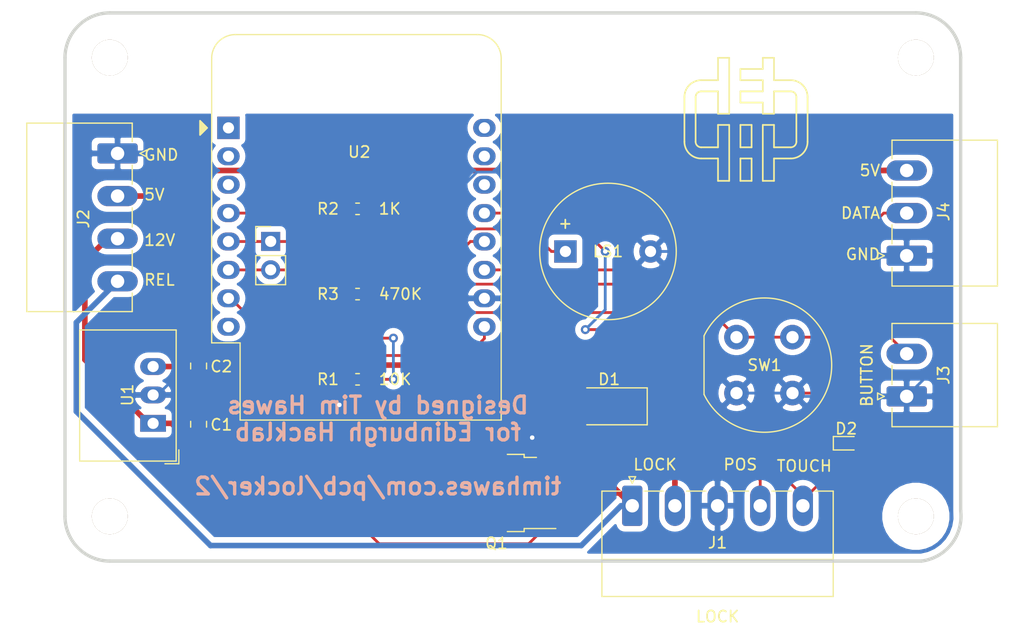
<source format=kicad_pcb>
(kicad_pcb (version 20171130) (host pcbnew "(5.1.2-1)-1")

  (general
    (thickness 1.6)
    (drawings 11)
    (tracks 158)
    (zones 0)
    (modules 19)
    (nets 20)
  )

  (page A4)
  (layers
    (0 F.Cu signal)
    (31 B.Cu signal)
    (32 B.Adhes user)
    (33 F.Adhes user)
    (34 B.Paste user)
    (35 F.Paste user)
    (36 B.SilkS user)
    (37 F.SilkS user)
    (38 B.Mask user)
    (39 F.Mask user)
    (40 Dwgs.User user)
    (41 Cmts.User user)
    (42 Eco1.User user)
    (43 Eco2.User user)
    (44 Edge.Cuts user)
    (45 Margin user)
    (46 B.CrtYd user)
    (47 F.CrtYd user)
    (48 B.Fab user)
    (49 F.Fab user)
  )

  (setup
    (last_trace_width 0.25)
    (user_trace_width 0.25)
    (user_trace_width 0.5)
    (trace_clearance 0.2)
    (zone_clearance 0.508)
    (zone_45_only yes)
    (trace_min 0.2)
    (via_size 0.8)
    (via_drill 0.4)
    (via_min_size 0.4)
    (via_min_drill 0.3)
    (uvia_size 0.3)
    (uvia_drill 0.1)
    (uvias_allowed no)
    (uvia_min_size 0.2)
    (uvia_min_drill 0.1)
    (edge_width 0.05)
    (segment_width 0.2)
    (pcb_text_width 0.3)
    (pcb_text_size 1.5 1.5)
    (mod_edge_width 0.12)
    (mod_text_size 1 1)
    (mod_text_width 0.15)
    (pad_size 1.524 1.524)
    (pad_drill 0.762)
    (pad_to_mask_clearance 0.051)
    (solder_mask_min_width 0.25)
    (aux_axis_origin 0 0)
    (visible_elements FFFFFF7F)
    (pcbplotparams
      (layerselection 0x010fc_ffffffff)
      (usegerberextensions true)
      (usegerberattributes false)
      (usegerberadvancedattributes false)
      (creategerberjobfile false)
      (excludeedgelayer true)
      (linewidth 0.100000)
      (plotframeref false)
      (viasonmask false)
      (mode 1)
      (useauxorigin false)
      (hpglpennumber 1)
      (hpglpenspeed 20)
      (hpglpendiameter 15.000000)
      (psnegative false)
      (psa4output false)
      (plotreference true)
      (plotvalue true)
      (plotinvisibletext false)
      (padsonsilk false)
      (subtractmaskfromsilk false)
      (outputformat 1)
      (mirror false)
      (drillshape 0)
      (scaleselection 1)
      (outputdirectory "./gerbers"))
  )

  (net 0 "")
  (net 1 +12V)
  (net 2 GND)
  (net 3 +5V)
  (net 4 /LOCK_RELEASE)
  (net 5 /LOCK_POSITION)
  (net 6 /TOUCH)
  (net 7 /BUTTON)
  (net 8 /WS2812B)
  (net 9 "Net-(LS1-Pad1)")
  (net 10 /LOCK_RELEASE_SIGNAL)
  (net 11 /SPEAKER)
  (net 12 "Net-(R3-Pad2)")
  (net 13 "Net-(U2-Pad2)")
  (net 14 "Net-(U2-Pad1)")
  (net 15 "Net-(U2-Pad3)")
  (net 16 "Net-(U2-Pad8)")
  (net 17 "Net-(U2-Pad14)")
  (net 18 "Net-(U2-Pad15)")
  (net 19 "Net-(U2-Pad16)")

  (net_class Default "This is the default net class."
    (clearance 0.2)
    (trace_width 0.25)
    (via_dia 0.8)
    (via_drill 0.4)
    (uvia_dia 0.3)
    (uvia_drill 0.1)
    (add_net +12V)
    (add_net +5V)
    (add_net /BUTTON)
    (add_net /LOCK_POSITION)
    (add_net /LOCK_RELEASE)
    (add_net /LOCK_RELEASE_SIGNAL)
    (add_net /SPEAKER)
    (add_net /TOUCH)
    (add_net /WS2812B)
    (add_net GND)
    (add_net "Net-(LS1-Pad1)")
    (add_net "Net-(R3-Pad2)")
    (add_net "Net-(U2-Pad1)")
    (add_net "Net-(U2-Pad14)")
    (add_net "Net-(U2-Pad15)")
    (add_net "Net-(U2-Pad16)")
    (add_net "Net-(U2-Pad2)")
    (add_net "Net-(U2-Pad3)")
    (add_net "Net-(U2-Pad8)")
  )

  (module Package_TO_SOT_SMD:TO-252-3_TabPin2 (layer F.Cu) (tedit 5A70F30B) (tstamp 5D3ADE6C)
    (at 147.13 118.11 180)
    (descr "TO-252 / DPAK SMD package, http://www.infineon.com/cms/en/product/packages/PG-TO252/PG-TO252-3-1/")
    (tags "DPAK TO-252 DPAK-3 TO-252-3 SOT-428")
    (path /5D3AEAEC)
    (attr smd)
    (fp_text reference Q1 (at 0 -4.5) (layer F.SilkS)
      (effects (font (size 1 1) (thickness 0.15)))
    )
    (fp_text value Q_NMOS_GDS (at 0 4.5) (layer F.Fab)
      (effects (font (size 1 1) (thickness 0.15)))
    )
    (fp_text user %R (at 0 0) (layer F.Fab)
      (effects (font (size 1 1) (thickness 0.15)))
    )
    (fp_line (start 5.55 -3.5) (end -5.55 -3.5) (layer F.CrtYd) (width 0.05))
    (fp_line (start 5.55 3.5) (end 5.55 -3.5) (layer F.CrtYd) (width 0.05))
    (fp_line (start -5.55 3.5) (end 5.55 3.5) (layer F.CrtYd) (width 0.05))
    (fp_line (start -5.55 -3.5) (end -5.55 3.5) (layer F.CrtYd) (width 0.05))
    (fp_line (start -2.47 3.18) (end -3.57 3.18) (layer F.SilkS) (width 0.12))
    (fp_line (start -2.47 3.45) (end -2.47 3.18) (layer F.SilkS) (width 0.12))
    (fp_line (start -0.97 3.45) (end -2.47 3.45) (layer F.SilkS) (width 0.12))
    (fp_line (start -2.47 -3.18) (end -5.3 -3.18) (layer F.SilkS) (width 0.12))
    (fp_line (start -2.47 -3.45) (end -2.47 -3.18) (layer F.SilkS) (width 0.12))
    (fp_line (start -0.97 -3.45) (end -2.47 -3.45) (layer F.SilkS) (width 0.12))
    (fp_line (start -4.97 2.655) (end -2.27 2.655) (layer F.Fab) (width 0.1))
    (fp_line (start -4.97 1.905) (end -4.97 2.655) (layer F.Fab) (width 0.1))
    (fp_line (start -2.27 1.905) (end -4.97 1.905) (layer F.Fab) (width 0.1))
    (fp_line (start -4.97 0.375) (end -2.27 0.375) (layer F.Fab) (width 0.1))
    (fp_line (start -4.97 -0.375) (end -4.97 0.375) (layer F.Fab) (width 0.1))
    (fp_line (start -2.27 -0.375) (end -4.97 -0.375) (layer F.Fab) (width 0.1))
    (fp_line (start -4.97 -1.905) (end -2.27 -1.905) (layer F.Fab) (width 0.1))
    (fp_line (start -4.97 -2.655) (end -4.97 -1.905) (layer F.Fab) (width 0.1))
    (fp_line (start -1.865 -2.655) (end -4.97 -2.655) (layer F.Fab) (width 0.1))
    (fp_line (start -1.27 -3.25) (end 3.95 -3.25) (layer F.Fab) (width 0.1))
    (fp_line (start -2.27 -2.25) (end -1.27 -3.25) (layer F.Fab) (width 0.1))
    (fp_line (start -2.27 3.25) (end -2.27 -2.25) (layer F.Fab) (width 0.1))
    (fp_line (start 3.95 3.25) (end -2.27 3.25) (layer F.Fab) (width 0.1))
    (fp_line (start 3.95 -3.25) (end 3.95 3.25) (layer F.Fab) (width 0.1))
    (fp_line (start 4.95 2.7) (end 3.95 2.7) (layer F.Fab) (width 0.1))
    (fp_line (start 4.95 -2.7) (end 4.95 2.7) (layer F.Fab) (width 0.1))
    (fp_line (start 3.95 -2.7) (end 4.95 -2.7) (layer F.Fab) (width 0.1))
    (pad "" smd rect (at 0.425 1.525 180) (size 3.05 2.75) (layers F.Paste))
    (pad "" smd rect (at 3.775 -1.525 180) (size 3.05 2.75) (layers F.Paste))
    (pad "" smd rect (at 0.425 -1.525 180) (size 3.05 2.75) (layers F.Paste))
    (pad "" smd rect (at 3.775 1.525 180) (size 3.05 2.75) (layers F.Paste))
    (pad 2 smd rect (at 2.1 0 180) (size 6.4 5.8) (layers F.Cu F.Mask)
      (net 4 /LOCK_RELEASE))
    (pad 3 smd rect (at -4.2 2.28 180) (size 2.2 1.2) (layers F.Cu F.Paste F.Mask)
      (net 2 GND))
    (pad 2 smd rect (at -4.2 0 180) (size 2.2 1.2) (layers F.Cu F.Paste F.Mask)
      (net 4 /LOCK_RELEASE))
    (pad 1 smd rect (at -4.2 -2.28 180) (size 2.2 1.2) (layers F.Cu F.Paste F.Mask)
      (net 10 /LOCK_RELEASE_SIGNAL))
    (model ${KISYS3DMOD}/Package_TO_SOT_SMD.3dshapes/TO-252-3_TabPin2.wrl
      (at (xyz 0 0 0))
      (scale (xyz 1 1 1))
      (rotate (xyz 0 0 0))
    )
  )

  (module Connector_PinHeader_2.54mm:PinHeader_1x02_P2.54mm_Vertical (layer F.Cu) (tedit 59FED5CC) (tstamp 5D2726BF)
    (at 126.96 95.62)
    (descr "Through hole straight pin header, 1x02, 2.54mm pitch, single row")
    (tags "Through hole pin header THT 1x02 2.54mm single row")
    (fp_text reference REF** (at 0 -2.33) (layer F.SilkS) hide
      (effects (font (size 1 1) (thickness 0.15)))
    )
    (fp_text value PinHeader_1x02_P2.54mm_Vertical (at 0 4.87) (layer F.Fab) hide
      (effects (font (size 1 1) (thickness 0.15)))
    )
    (fp_text user %R (at 0 1.27 90) (layer F.Fab) hide
      (effects (font (size 1 1) (thickness 0.15)))
    )
    (fp_line (start 1.8 -1.8) (end -1.8 -1.8) (layer F.CrtYd) (width 0.05))
    (fp_line (start 1.8 4.35) (end 1.8 -1.8) (layer F.CrtYd) (width 0.05))
    (fp_line (start -1.8 4.35) (end 1.8 4.35) (layer F.CrtYd) (width 0.05))
    (fp_line (start -1.8 -1.8) (end -1.8 4.35) (layer F.CrtYd) (width 0.05))
    (fp_line (start -1.33 -1.33) (end 0 -1.33) (layer F.SilkS) (width 0.12))
    (fp_line (start -1.33 0) (end -1.33 -1.33) (layer F.SilkS) (width 0.12))
    (fp_line (start -1.33 1.27) (end 1.33 1.27) (layer F.SilkS) (width 0.12))
    (fp_line (start 1.33 1.27) (end 1.33 3.87) (layer F.SilkS) (width 0.12))
    (fp_line (start -1.33 1.27) (end -1.33 3.87) (layer F.SilkS) (width 0.12))
    (fp_line (start -1.33 3.87) (end 1.33 3.87) (layer F.SilkS) (width 0.12))
    (fp_line (start -1.27 -0.635) (end -0.635 -1.27) (layer F.Fab) (width 0.1))
    (fp_line (start -1.27 3.81) (end -1.27 -0.635) (layer F.Fab) (width 0.1))
    (fp_line (start 1.27 3.81) (end -1.27 3.81) (layer F.Fab) (width 0.1))
    (fp_line (start 1.27 -1.27) (end 1.27 3.81) (layer F.Fab) (width 0.1))
    (fp_line (start -0.635 -1.27) (end 1.27 -1.27) (layer F.Fab) (width 0.1))
    (pad 2 thru_hole oval (at 0 2.54) (size 1.7 1.7) (drill 1) (layers *.Cu *.Mask))
    (pad 1 thru_hole rect (at 0 0) (size 1.7 1.7) (drill 1) (layers *.Cu *.Mask))
    (model ${KISYS3DMOD}/Connector_PinHeader_2.54mm.3dshapes/PinHeader_1x02_P2.54mm_Vertical.wrl
      (at (xyz 0 0 0))
      (scale (xyz 1 1 1))
      (rotate (xyz 0 0 0))
    )
  )

  (module Resistor_SMD:R_0603_1608Metric (layer F.Cu) (tedit 5B301BBD) (tstamp 5D2658B4)
    (at 134.7215 100.33 180)
    (descr "Resistor SMD 0603 (1608 Metric), square (rectangular) end terminal, IPC_7351 nominal, (Body size source: http://www.tortai-tech.com/upload/download/2011102023233369053.pdf), generated with kicad-footprint-generator")
    (tags resistor)
    (path /5D28B3CF)
    (attr smd)
    (fp_text reference R3 (at 2.6415 0) (layer F.SilkS)
      (effects (font (size 1 1) (thickness 0.15)))
    )
    (fp_text value 470K (at -1.8035 0) (layer F.SilkS)
      (effects (font (size 1 1) (thickness 0.15)) (justify left))
    )
    (fp_line (start -0.8 0.4) (end -0.8 -0.4) (layer F.Fab) (width 0.1))
    (fp_line (start -0.8 -0.4) (end 0.8 -0.4) (layer F.Fab) (width 0.1))
    (fp_line (start 0.8 -0.4) (end 0.8 0.4) (layer F.Fab) (width 0.1))
    (fp_line (start 0.8 0.4) (end -0.8 0.4) (layer F.Fab) (width 0.1))
    (fp_line (start -0.162779 -0.51) (end 0.162779 -0.51) (layer F.SilkS) (width 0.12))
    (fp_line (start -0.162779 0.51) (end 0.162779 0.51) (layer F.SilkS) (width 0.12))
    (fp_line (start -1.48 0.73) (end -1.48 -0.73) (layer F.CrtYd) (width 0.05))
    (fp_line (start -1.48 -0.73) (end 1.48 -0.73) (layer F.CrtYd) (width 0.05))
    (fp_line (start 1.48 -0.73) (end 1.48 0.73) (layer F.CrtYd) (width 0.05))
    (fp_line (start 1.48 0.73) (end -1.48 0.73) (layer F.CrtYd) (width 0.05))
    (fp_text user %R (at 0 0) (layer F.Fab)
      (effects (font (size 0.4 0.4) (thickness 0.06)))
    )
    (pad 1 smd roundrect (at -0.7875 0 180) (size 0.875 0.95) (layers F.Cu F.Paste F.Mask) (roundrect_rratio 0.25)
      (net 6 /TOUCH))
    (pad 2 smd roundrect (at 0.7875 0 180) (size 0.875 0.95) (layers F.Cu F.Paste F.Mask) (roundrect_rratio 0.25)
      (net 12 "Net-(R3-Pad2)"))
    (model ${KISYS3DMOD}/Resistor_SMD.3dshapes/R_0603_1608Metric.wrl
      (at (xyz 0 0 0))
      (scale (xyz 1 1 1))
      (rotate (xyz 0 0 0))
    )
  )

  (module timhawes:DP8049 (layer F.Cu) (tedit 516947BC) (tstamp 5D26018D)
    (at 148.59 99.695)
    (fp_text reference DP7043 (at 0 0) (layer F.SilkS) hide
      (effects (font (size 1.524 1.524) (thickness 0.3048)))
    )
    (fp_text value " " (at 0 1.905) (layer Edge.Cuts) hide
      (effects (font (size 1.524 1.524) (thickness 0.3048)))
    )
    (fp_arc (start -35.99942 -20.50034) (end -39.99992 -20.50034) (angle 90) (layer Edge.Cuts) (width 0.29972))
    (fp_arc (start 35.99942 -20.50034) (end 35.99942 -24.50084) (angle 90) (layer Edge.Cuts) (width 0.29972))
    (fp_arc (start -35.99942 20.50034) (end -35.99942 24.50084) (angle 90) (layer Edge.Cuts) (width 0.29972))
    (fp_arc (start 35.99942 20.50034) (end 39.99992 19.99996) (angle 90) (layer Edge.Cuts) (width 0.29972))
    (fp_line (start -35.99942 -24.50084) (end 35.99942 -24.50084) (layer Edge.Cuts) (width 0.29972))
    (fp_line (start -35.99942 24.50084) (end 36.4998 24.50084) (layer Edge.Cuts) (width 0.29972))
    (fp_line (start -39.99992 -20.50034) (end -39.99992 20.50034) (layer Edge.Cuts) (width 0.29972))
    (fp_line (start 39.99992 -20.50034) (end 39.99992 19.99996) (layer Edge.Cuts) (width 0.29972))
    (pad "" thru_hole circle (at 35.99942 20.50034) (size 3.2004 3.2004) (drill 3.2004) (layers *.Cu *.Mask F.SilkS)
      (clearance 1.39954))
    (pad "" thru_hole circle (at -35.99942 20.50034) (size 3.2004 3.2004) (drill 3.2004) (layers *.Cu *.Mask F.SilkS)
      (clearance 1.39954))
    (pad "" thru_hole circle (at 35.99942 -20.50034) (size 3.2004 3.2004) (drill 3.2004) (layers *.Cu *.Mask F.SilkS)
      (clearance 1.39954))
    (pad "" thru_hole circle (at -35.99942 -20.50034) (size 3.2004 3.2004) (drill 3.2004) (layers *.Cu *.Mask F.SilkS)
      (clearance 1.39954))
  )

  (module timhawes:Hacklab_Logo_11mm (layer F.Cu) (tedit 565883E2) (tstamp 5D262555)
    (at 169.418 84.709)
    (fp_text reference REF** (at 0 9) (layer F.SilkS) hide
      (effects (font (size 1 1) (thickness 0.15)))
    )
    (fp_text value Hacklab_Logo_11mm (at 0 7) (layer F.Fab) hide
      (effects (font (size 1 1) (thickness 0.15)))
    )
    (fp_line (start -0.5 0.5) (end 0.5 0.5) (layer F.SilkS) (width 0.15))
    (fp_line (start 0.5 0.5) (end 0.5 2.5) (layer F.SilkS) (width 0.15))
    (fp_line (start 0.5 2.5) (end -0.5 2.5) (layer F.SilkS) (width 0.15))
    (fp_line (start -0.5 2.5) (end -0.5 0.5) (layer F.SilkS) (width 0.15))
    (fp_line (start -0.5 3.5) (end 0.5 3.5) (layer F.SilkS) (width 0.15))
    (fp_line (start 0.5 3.5) (end 0.5 5.5) (layer F.SilkS) (width 0.15))
    (fp_line (start 0.5 5.5) (end -0.5 5.5) (layer F.SilkS) (width 0.15))
    (fp_line (start -0.5 5.5) (end -0.5 3.5) (layer F.SilkS) (width 0.15))
    (fp_line (start 1.5 0.5) (end 1.5 5.5) (layer F.SilkS) (width 0.15))
    (fp_line (start 1.5 5.5) (end 2.5 5.5) (layer F.SilkS) (width 0.15))
    (fp_line (start 2.5 5.5) (end 2.5 3.5) (layer F.SilkS) (width 0.15))
    (fp_line (start 2.5 3.5) (end 4 3.5) (layer F.SilkS) (width 0.15))
    (fp_line (start 1.5 0.5) (end 2.5 0.5) (layer F.SilkS) (width 0.15))
    (fp_line (start 2.5 0.5) (end 2.5 2.5) (layer F.SilkS) (width 0.15))
    (fp_line (start 2.5 2.5) (end 4 2.5) (layer F.SilkS) (width 0.15))
    (fp_line (start -1.5 0.5) (end -1.5 5.5) (layer F.SilkS) (width 0.15))
    (fp_line (start -1.5 5.5) (end -2.5 5.5) (layer F.SilkS) (width 0.15))
    (fp_line (start -2.5 5.5) (end -2.5 3.5) (layer F.SilkS) (width 0.15))
    (fp_line (start -2.5 3.5) (end -4 3.5) (layer F.SilkS) (width 0.15))
    (fp_line (start -1.5 0.5) (end -2.5 0.5) (layer F.SilkS) (width 0.15))
    (fp_line (start -2.5 0.5) (end -2.5 2.5) (layer F.SilkS) (width 0.15))
    (fp_line (start -2.5 2.5) (end -4 2.5) (layer F.SilkS) (width 0.15))
    (fp_line (start -2.5 -0.5) (end -1.5 -0.5) (layer F.SilkS) (width 0.15))
    (fp_line (start -1.5 -0.5) (end -1.5 -5.5) (layer F.SilkS) (width 0.15))
    (fp_line (start -1.5 -5.5) (end -2.5 -5.5) (layer F.SilkS) (width 0.15))
    (fp_line (start -2.5 -5.5) (end -2.5 -3.5) (layer F.SilkS) (width 0.15))
    (fp_line (start -2.5 -3.5) (end -4 -3.5) (layer F.SilkS) (width 0.15))
    (fp_line (start -2.5 -0.5) (end -2.5 -2.5) (layer F.SilkS) (width 0.15))
    (fp_line (start -2.5 -2.5) (end -4 -2.5) (layer F.SilkS) (width 0.15))
    (fp_line (start 1.5 -5.5) (end 1.5 -4.5) (layer F.SilkS) (width 0.15))
    (fp_line (start 1.5 -4.5) (end -0.5 -4.5) (layer F.SilkS) (width 0.15))
    (fp_line (start -0.5 -4.5) (end -0.5 -3.5) (layer F.SilkS) (width 0.15))
    (fp_line (start -0.5 -3.5) (end 1.5 -3.5) (layer F.SilkS) (width 0.15))
    (fp_line (start 1.5 -3.5) (end 1.5 -2.5) (layer F.SilkS) (width 0.15))
    (fp_line (start 1.5 -2.5) (end -0.5 -2.5) (layer F.SilkS) (width 0.15))
    (fp_line (start -0.5 -2.5) (end -0.5 -1.5) (layer F.SilkS) (width 0.15))
    (fp_line (start -0.5 -1.5) (end 1.5 -1.5) (layer F.SilkS) (width 0.15))
    (fp_line (start 1.5 -1.5) (end 1.5 -0.5) (layer F.SilkS) (width 0.15))
    (fp_line (start 1.5 -0.5) (end 2.5 -0.5) (layer F.SilkS) (width 0.15))
    (fp_line (start 2.5 -0.5) (end 2.5 -2.5) (layer F.SilkS) (width 0.15))
    (fp_line (start 2.5 -2.5) (end 4 -2.5) (layer F.SilkS) (width 0.15))
    (fp_line (start 1.5 -5.5) (end 2.5 -5.5) (layer F.SilkS) (width 0.15))
    (fp_line (start 2.5 -5.5) (end 2.5 -3.5) (layer F.SilkS) (width 0.15))
    (fp_line (start 2.5 -3.5) (end 4 -3.5) (layer F.SilkS) (width 0.15))
    (fp_line (start 4.5 -2) (end 4.5 2) (layer F.SilkS) (width 0.15))
    (fp_line (start 5.5 -2) (end 5.5 2) (layer F.SilkS) (width 0.15))
    (fp_line (start -4.5 -2) (end -4.5 2) (layer F.SilkS) (width 0.15))
    (fp_line (start -5.5 -2) (end -5.5 2) (layer F.SilkS) (width 0.15))
    (fp_arc (start 4 -2) (end 4 -2.5) (angle 90) (layer F.SilkS) (width 0.15))
    (fp_arc (start 4 -2) (end 4 -3.5) (angle 90) (layer F.SilkS) (width 0.15))
    (fp_arc (start 4 2) (end 4.5 2) (angle 90) (layer F.SilkS) (width 0.15))
    (fp_arc (start 4 2) (end 5.5 2) (angle 90) (layer F.SilkS) (width 0.15))
    (fp_arc (start -4 -2) (end -4.5 -2) (angle 90) (layer F.SilkS) (width 0.15))
    (fp_arc (start -4 -2) (end -5.5 -2) (angle 90) (layer F.SilkS) (width 0.15))
    (fp_arc (start -4 2) (end -4 2.5) (angle 90) (layer F.SilkS) (width 0.15))
    (fp_arc (start -4 2) (end -4 3.5) (angle 90) (layer F.SilkS) (width 0.15))
  )

  (module Diode_SMD:D_SOD-523 (layer F.Cu) (tedit 586419F0) (tstamp 5D268F45)
    (at 178.37 113.665)
    (descr "http://www.diodes.com/datasheets/ap02001.pdf p.144")
    (tags "Diode SOD523")
    (path /5D384BC1)
    (attr smd)
    (fp_text reference D2 (at 0 -1.3) (layer F.SilkS)
      (effects (font (size 1 1) (thickness 0.15)))
    )
    (fp_text value ESD5Z3.3T1G (at 0 1.4) (layer F.Fab)
      (effects (font (size 1 1) (thickness 0.15)))
    )
    (fp_line (start 0.7 0.6) (end -1.15 0.6) (layer F.SilkS) (width 0.12))
    (fp_line (start 0.7 -0.6) (end -1.15 -0.6) (layer F.SilkS) (width 0.12))
    (fp_line (start 0.65 0.45) (end -0.65 0.45) (layer F.Fab) (width 0.1))
    (fp_line (start -0.65 0.45) (end -0.65 -0.45) (layer F.Fab) (width 0.1))
    (fp_line (start -0.65 -0.45) (end 0.65 -0.45) (layer F.Fab) (width 0.1))
    (fp_line (start 0.65 -0.45) (end 0.65 0.45) (layer F.Fab) (width 0.1))
    (fp_line (start -0.2 0.2) (end -0.2 -0.2) (layer F.Fab) (width 0.1))
    (fp_line (start -0.2 0) (end -0.35 0) (layer F.Fab) (width 0.1))
    (fp_line (start -0.2 0) (end 0.1 0.2) (layer F.Fab) (width 0.1))
    (fp_line (start 0.1 0.2) (end 0.1 -0.2) (layer F.Fab) (width 0.1))
    (fp_line (start 0.1 -0.2) (end -0.2 0) (layer F.Fab) (width 0.1))
    (fp_line (start 0.1 0) (end 0.25 0) (layer F.Fab) (width 0.1))
    (fp_line (start 1.25 0.7) (end -1.25 0.7) (layer F.CrtYd) (width 0.05))
    (fp_line (start -1.25 0.7) (end -1.25 -0.7) (layer F.CrtYd) (width 0.05))
    (fp_line (start -1.25 -0.7) (end 1.25 -0.7) (layer F.CrtYd) (width 0.05))
    (fp_line (start 1.25 -0.7) (end 1.25 0.7) (layer F.CrtYd) (width 0.05))
    (fp_line (start -1.15 -0.6) (end -1.15 0.6) (layer F.SilkS) (width 0.12))
    (fp_text user %R (at 0 -1.3) (layer F.Fab)
      (effects (font (size 1 1) (thickness 0.15)))
    )
    (pad 1 smd rect (at -0.7 0 180) (size 0.6 0.7) (layers F.Cu F.Paste F.Mask)
      (net 6 /TOUCH))
    (pad 2 smd rect (at 0.7 0 180) (size 0.6 0.7) (layers F.Cu F.Paste F.Mask)
      (net 2 GND))
    (model ${KISYS3DMOD}/Diode_SMD.3dshapes/D_SOD-523.wrl
      (at (xyz 0 0 0))
      (scale (xyz 1 1 1))
      (rotate (xyz 0 0 0))
    )
  )

  (module timhawes:CK_D6_PUSH_BUTTON (layer F.Cu) (tedit 5D25F27A) (tstamp 5D22DBE0)
    (at 171.069 106.68)
    (path /5D293E3D)
    (fp_text reference SW1 (at 0 0) (layer F.SilkS)
      (effects (font (size 1 1) (thickness 0.15)))
    )
    (fp_text value SW_Push (at 0 -0.5 180) (layer F.Fab)
      (effects (font (size 1 1) (thickness 0.15)))
    )
    (fp_arc (start 0 0) (end -5.399999 2.619999) (angle -308.2360512) (layer F.SilkS) (width 0.12))
    (fp_line (start -5.4 -2.62) (end -5.399999 2.619999) (layer F.SilkS) (width 0.12))
    (pad 1 thru_hole circle (at -2.5 -2.5) (size 2.2 2.2) (drill 1.1) (layers *.Cu *.Mask)
      (net 7 /BUTTON))
    (pad 2 thru_hole circle (at -2.5 2.5) (size 2.2 2.2) (drill 1.1) (layers *.Cu *.Mask)
      (net 2 GND))
    (pad 2 thru_hole circle (at 2.5 2.5) (size 2.2 2.2) (drill 1.1) (layers *.Cu *.Mask)
      (net 2 GND))
    (pad 1 thru_hole circle (at 2.5 -2.5) (size 2.2 2.2) (drill 1.1) (layers *.Cu *.Mask)
      (net 7 /BUTTON))
  )

  (module Buzzer_Beeper:Buzzer_12x9.5RM7.6 (layer F.Cu) (tedit 5A030281) (tstamp 5D265A46)
    (at 153.289 96.52)
    (descr "Generic Buzzer, D12mm height 9.5mm with RM7.6mm")
    (tags buzzer)
    (path /5D24FA36)
    (fp_text reference LS1 (at 3.8 0) (layer F.SilkS)
      (effects (font (size 1 1) (thickness 0.15)))
    )
    (fp_text value Speaker (at 3.8 7.4) (layer F.Fab)
      (effects (font (size 1 1) (thickness 0.15)))
    )
    (fp_text user + (at -0.01 -2.54) (layer F.Fab)
      (effects (font (size 1 1) (thickness 0.15)))
    )
    (fp_text user + (at -0.01 -2.54) (layer F.SilkS)
      (effects (font (size 1 1) (thickness 0.15)))
    )
    (fp_text user %R (at 3.8 -4) (layer F.Fab)
      (effects (font (size 1 1) (thickness 0.15)))
    )
    (fp_circle (center 3.8 0) (end 10.05 0) (layer F.CrtYd) (width 0.05))
    (fp_circle (center 3.8 0) (end 9.8 0) (layer F.Fab) (width 0.1))
    (fp_circle (center 3.8 0) (end 4.8 0) (layer F.Fab) (width 0.1))
    (fp_circle (center 3.8 0) (end 9.9 0) (layer F.SilkS) (width 0.12))
    (pad 1 thru_hole rect (at 0 0) (size 2 2) (drill 1) (layers *.Cu *.Mask)
      (net 9 "Net-(LS1-Pad1)"))
    (pad 2 thru_hole circle (at 7.6 0) (size 2 2) (drill 1) (layers *.Cu *.Mask)
      (net 2 GND))
    (model ${KISYS3DMOD}/Buzzer_Beeper.3dshapes/Buzzer_12x9.5RM7.6.wrl
      (at (xyz 0 0 0))
      (scale (xyz 1 1 1))
      (rotate (xyz 0 0 0))
    )
  )

  (module Diode_SMD:D_SMA (layer F.Cu) (tedit 586432E5) (tstamp 5D267825)
    (at 157.194 110.363 180)
    (descr "Diode SMA (DO-214AC)")
    (tags "Diode SMA (DO-214AC)")
    (path /5D340CF2)
    (attr smd)
    (fp_text reference D1 (at 0 2.413) (layer F.SilkS)
      (effects (font (size 1 1) (thickness 0.15)))
    )
    (fp_text value M7 (at 0 2.6) (layer F.Fab)
      (effects (font (size 1 1) (thickness 0.15)))
    )
    (fp_line (start -3.4 -1.65) (end 2 -1.65) (layer F.SilkS) (width 0.12))
    (fp_line (start -3.4 1.65) (end 2 1.65) (layer F.SilkS) (width 0.12))
    (fp_line (start -0.64944 0.00102) (end 0.50118 -0.79908) (layer F.Fab) (width 0.1))
    (fp_line (start -0.64944 0.00102) (end 0.50118 0.75032) (layer F.Fab) (width 0.1))
    (fp_line (start 0.50118 0.75032) (end 0.50118 -0.79908) (layer F.Fab) (width 0.1))
    (fp_line (start -0.64944 -0.79908) (end -0.64944 0.80112) (layer F.Fab) (width 0.1))
    (fp_line (start 0.50118 0.00102) (end 1.4994 0.00102) (layer F.Fab) (width 0.1))
    (fp_line (start -0.64944 0.00102) (end -1.55114 0.00102) (layer F.Fab) (width 0.1))
    (fp_line (start -3.5 1.75) (end -3.5 -1.75) (layer F.CrtYd) (width 0.05))
    (fp_line (start 3.5 1.75) (end -3.5 1.75) (layer F.CrtYd) (width 0.05))
    (fp_line (start 3.5 -1.75) (end 3.5 1.75) (layer F.CrtYd) (width 0.05))
    (fp_line (start -3.5 -1.75) (end 3.5 -1.75) (layer F.CrtYd) (width 0.05))
    (fp_line (start 2.3 -1.5) (end -2.3 -1.5) (layer F.Fab) (width 0.1))
    (fp_line (start 2.3 -1.5) (end 2.3 1.5) (layer F.Fab) (width 0.1))
    (fp_line (start -2.3 1.5) (end -2.3 -1.5) (layer F.Fab) (width 0.1))
    (fp_line (start 2.3 1.5) (end -2.3 1.5) (layer F.Fab) (width 0.1))
    (fp_line (start -3.4 -1.65) (end -3.4 1.65) (layer F.SilkS) (width 0.12))
    (fp_text user %R (at 0 -2.5) (layer F.Fab)
      (effects (font (size 1 1) (thickness 0.15)))
    )
    (pad 2 smd rect (at 2 0 180) (size 2.5 1.8) (layers F.Cu F.Paste F.Mask)
      (net 4 /LOCK_RELEASE))
    (pad 1 smd rect (at -2 0 180) (size 2.5 1.8) (layers F.Cu F.Paste F.Mask)
      (net 1 +12V))
    (model ${KISYS3DMOD}/Diode_SMD.3dshapes/D_SMA.wrl
      (at (xyz 0 0 0))
      (scale (xyz 1 1 1))
      (rotate (xyz 0 0 0))
    )
  )

  (module Connector_Phoenix_MC:PhoenixContact_MC_1,5_3-G-3.81_1x03_P3.81mm_Horizontal (layer F.Cu) (tedit 5B784ED1) (tstamp 5D23833E)
    (at 183.769 96.901 90)
    (descr "Generic Phoenix Contact connector footprint for: MC_1,5/3-G-3.81; number of pins: 03; pin pitch: 3.81mm; Angled || order number: 1803280 8A 160V")
    (tags "phoenix_contact connector MC_01x03_G_3.81mm")
    (path /5D2304AE)
    (fp_text reference J4 (at 3.937 3.302 90) (layer F.SilkS)
      (effects (font (size 1 1) (thickness 0.15)))
    )
    (fp_text value LED (at 3.683 9.652 90) (layer F.Fab)
      (effects (font (size 1 1) (thickness 0.15)))
    )
    (fp_text user %R (at 3.81 -0.5 90) (layer F.Fab)
      (effects (font (size 1 1) (thickness 0.15)))
    )
    (fp_line (start 0 0) (end -0.8 -1.2) (layer F.Fab) (width 0.1))
    (fp_line (start 0.8 -1.2) (end 0 0) (layer F.Fab) (width 0.1))
    (fp_line (start -0.3 -2.6) (end 0.3 -2.6) (layer F.SilkS) (width 0.12))
    (fp_line (start 0 -2) (end -0.3 -2.6) (layer F.SilkS) (width 0.12))
    (fp_line (start 0.3 -2.6) (end 0 -2) (layer F.SilkS) (width 0.12))
    (fp_line (start 10.72 -2.3) (end -3.21 -2.3) (layer F.CrtYd) (width 0.05))
    (fp_line (start 10.72 8.5) (end 10.72 -2.3) (layer F.CrtYd) (width 0.05))
    (fp_line (start -3.21 8.5) (end 10.72 8.5) (layer F.CrtYd) (width 0.05))
    (fp_line (start -3.21 -2.3) (end -3.21 8.5) (layer F.CrtYd) (width 0.05))
    (fp_line (start -2.71 4.8) (end 10.33 4.8) (layer F.SilkS) (width 0.12))
    (fp_line (start 10.22 -1.2) (end -2.6 -1.2) (layer F.Fab) (width 0.1))
    (fp_line (start 10.22 8) (end 10.22 -1.2) (layer F.Fab) (width 0.1))
    (fp_line (start -2.6 8) (end 10.22 8) (layer F.Fab) (width 0.1))
    (fp_line (start -2.6 -1.2) (end -2.6 8) (layer F.Fab) (width 0.1))
    (fp_line (start 4.86 -1.31) (end 6.57 -1.31) (layer F.SilkS) (width 0.12))
    (fp_line (start 1.05 -1.31) (end 2.76 -1.31) (layer F.SilkS) (width 0.12))
    (fp_line (start 10.33 -1.31) (end 8.67 -1.31) (layer F.SilkS) (width 0.12))
    (fp_line (start -2.71 -1.31) (end -1.05 -1.31) (layer F.SilkS) (width 0.12))
    (fp_line (start 10.33 8.11) (end 10.33 -1.31) (layer F.SilkS) (width 0.12))
    (fp_line (start -2.71 8.11) (end 10.33 8.11) (layer F.SilkS) (width 0.12))
    (fp_line (start -2.71 -1.31) (end -2.71 8.11) (layer F.SilkS) (width 0.12))
    (pad 3 thru_hole oval (at 7.62 0 90) (size 1.8 3.6) (drill 1.2) (layers *.Cu *.Mask)
      (net 3 +5V))
    (pad 2 thru_hole oval (at 3.81 0 90) (size 1.8 3.6) (drill 1.2) (layers *.Cu *.Mask)
      (net 8 /WS2812B))
    (pad 1 thru_hole roundrect (at 0 0 90) (size 1.8 3.6) (drill 1.2) (layers *.Cu *.Mask) (roundrect_rratio 0.138889)
      (net 2 GND))
    (model ${KISYS3DMOD}/Connector_Phoenix_MC.3dshapes/PhoenixContact_MC_1,5_3-G-3.81_1x03_P3.81mm_Horizontal.wrl
      (at (xyz 0 0 0))
      (scale (xyz 1 1 1))
      (rotate (xyz 0 0 0))
    )
  )

  (module Connector_Phoenix_MC:PhoenixContact_MC_1,5_2-G-3.81_1x02_P3.81mm_Horizontal (layer F.Cu) (tedit 5B784ED1) (tstamp 5D24DCBF)
    (at 183.769 109.474 90)
    (descr "Generic Phoenix Contact connector footprint for: MC_1,5/2-G-3.81; number of pins: 02; pin pitch: 3.81mm; Angled || order number: 1803277 8A 160V")
    (tags "phoenix_contact connector MC_01x02_G_3.81mm")
    (path /5D2B7169)
    (fp_text reference J3 (at 1.9 3.302 90) (layer F.SilkS)
      (effects (font (size 1 1) (thickness 0.15)))
    )
    (fp_text value BUTTON (at 1.905 -3.556 90) (layer F.SilkS)
      (effects (font (size 1 1) (thickness 0.15)))
    )
    (fp_text user %R (at 1.9 -0.5 90) (layer F.Fab)
      (effects (font (size 1 1) (thickness 0.15)))
    )
    (fp_line (start 0 0) (end -0.8 -1.2) (layer F.Fab) (width 0.1))
    (fp_line (start 0.8 -1.2) (end 0 0) (layer F.Fab) (width 0.1))
    (fp_line (start -0.3 -2.6) (end 0.3 -2.6) (layer F.SilkS) (width 0.12))
    (fp_line (start 0 -2) (end -0.3 -2.6) (layer F.SilkS) (width 0.12))
    (fp_line (start 0.3 -2.6) (end 0 -2) (layer F.SilkS) (width 0.12))
    (fp_line (start 6.91 -2.3) (end -3.21 -2.3) (layer F.CrtYd) (width 0.05))
    (fp_line (start 6.91 8.5) (end 6.91 -2.3) (layer F.CrtYd) (width 0.05))
    (fp_line (start -3.21 8.5) (end 6.91 8.5) (layer F.CrtYd) (width 0.05))
    (fp_line (start -3.21 -2.3) (end -3.21 8.5) (layer F.CrtYd) (width 0.05))
    (fp_line (start -2.71 4.8) (end 6.52 4.8) (layer F.SilkS) (width 0.12))
    (fp_line (start 6.41 -1.2) (end -2.6 -1.2) (layer F.Fab) (width 0.1))
    (fp_line (start 6.41 8) (end 6.41 -1.2) (layer F.Fab) (width 0.1))
    (fp_line (start -2.6 8) (end 6.41 8) (layer F.Fab) (width 0.1))
    (fp_line (start -2.6 -1.2) (end -2.6 8) (layer F.Fab) (width 0.1))
    (fp_line (start 1.05 -1.31) (end 2.76 -1.31) (layer F.SilkS) (width 0.12))
    (fp_line (start 6.52 -1.31) (end 4.86 -1.31) (layer F.SilkS) (width 0.12))
    (fp_line (start -2.71 -1.31) (end -1.05 -1.31) (layer F.SilkS) (width 0.12))
    (fp_line (start 6.52 8.11) (end 6.52 -1.31) (layer F.SilkS) (width 0.12))
    (fp_line (start -2.71 8.11) (end 6.52 8.11) (layer F.SilkS) (width 0.12))
    (fp_line (start -2.71 -1.31) (end -2.71 8.11) (layer F.SilkS) (width 0.12))
    (pad 2 thru_hole oval (at 3.81 0 90) (size 1.8 3.6) (drill 1.2) (layers *.Cu *.Mask)
      (net 7 /BUTTON))
    (pad 1 thru_hole roundrect (at 0 0 90) (size 1.8 3.6) (drill 1.2) (layers *.Cu *.Mask) (roundrect_rratio 0.138889)
      (net 2 GND))
    (model ${KISYS3DMOD}/Connector_Phoenix_MC.3dshapes/PhoenixContact_MC_1,5_2-G-3.81_1x02_P3.81mm_Horizontal.wrl
      (at (xyz 0 0 0))
      (scale (xyz 1 1 1))
      (rotate (xyz 0 0 0))
    )
  )

  (module Connector_Phoenix_MC:PhoenixContact_MC_1,5_4-G-3.81_1x04_P3.81mm_Horizontal (layer F.Cu) (tedit 5B784ED1) (tstamp 5D267D5A)
    (at 113.284 87.757 270)
    (descr "Generic Phoenix Contact connector footprint for: MC_1,5/4-G-3.81; number of pins: 04; pin pitch: 3.81mm; Angled || order number: 1803293 8A 160V")
    (tags "phoenix_contact connector MC_01x04_G_3.81mm")
    (path /5D22440B)
    (fp_text reference J2 (at 5.842 3.048 90) (layer F.SilkS)
      (effects (font (size 1 1) (thickness 0.15)))
    )
    (fp_text value POWER (at 5.715 9.652 90) (layer F.Fab)
      (effects (font (size 1 1) (thickness 0.15)))
    )
    (fp_text user %R (at 5.72 -0.5 90) (layer F.Fab)
      (effects (font (size 1 1) (thickness 0.15)))
    )
    (fp_line (start 0 0) (end -0.8 -1.2) (layer F.Fab) (width 0.1))
    (fp_line (start 0.8 -1.2) (end 0 0) (layer F.Fab) (width 0.1))
    (fp_line (start -0.3 -2.6) (end 0.3 -2.6) (layer F.SilkS) (width 0.12))
    (fp_line (start 0 -2) (end -0.3 -2.6) (layer F.SilkS) (width 0.12))
    (fp_line (start 0.3 -2.6) (end 0 -2) (layer F.SilkS) (width 0.12))
    (fp_line (start 14.53 -2.3) (end -3.21 -2.3) (layer F.CrtYd) (width 0.05))
    (fp_line (start 14.53 8.5) (end 14.53 -2.3) (layer F.CrtYd) (width 0.05))
    (fp_line (start -3.21 8.5) (end 14.53 8.5) (layer F.CrtYd) (width 0.05))
    (fp_line (start -3.21 -2.3) (end -3.21 8.5) (layer F.CrtYd) (width 0.05))
    (fp_line (start -2.71 4.8) (end 14.14 4.8) (layer F.SilkS) (width 0.12))
    (fp_line (start 14.03 -1.2) (end -2.6 -1.2) (layer F.Fab) (width 0.1))
    (fp_line (start 14.03 8) (end 14.03 -1.2) (layer F.Fab) (width 0.1))
    (fp_line (start -2.6 8) (end 14.03 8) (layer F.Fab) (width 0.1))
    (fp_line (start -2.6 -1.2) (end -2.6 8) (layer F.Fab) (width 0.1))
    (fp_line (start 8.67 -1.31) (end 10.38 -1.31) (layer F.SilkS) (width 0.12))
    (fp_line (start 4.86 -1.31) (end 6.57 -1.31) (layer F.SilkS) (width 0.12))
    (fp_line (start 1.05 -1.31) (end 2.76 -1.31) (layer F.SilkS) (width 0.12))
    (fp_line (start 14.14 -1.31) (end 12.48 -1.31) (layer F.SilkS) (width 0.12))
    (fp_line (start -2.71 -1.31) (end -1.05 -1.31) (layer F.SilkS) (width 0.12))
    (fp_line (start 14.14 8.11) (end 14.14 -1.31) (layer F.SilkS) (width 0.12))
    (fp_line (start -2.71 8.11) (end 14.14 8.11) (layer F.SilkS) (width 0.12))
    (fp_line (start -2.71 -1.31) (end -2.71 8.11) (layer F.SilkS) (width 0.12))
    (pad 4 thru_hole oval (at 11.43 0 270) (size 1.8 3.6) (drill 1.2) (layers *.Cu *.Mask)
      (net 4 /LOCK_RELEASE))
    (pad 3 thru_hole oval (at 7.62 0 270) (size 1.8 3.6) (drill 1.2) (layers *.Cu *.Mask)
      (net 1 +12V))
    (pad 2 thru_hole oval (at 3.81 0 270) (size 1.8 3.6) (drill 1.2) (layers *.Cu *.Mask)
      (net 3 +5V))
    (pad 1 thru_hole roundrect (at 0 0 270) (size 1.8 3.6) (drill 1.2) (layers *.Cu *.Mask) (roundrect_rratio 0.138889)
      (net 2 GND))
    (model ${KISYS3DMOD}/Connector_Phoenix_MC.3dshapes/PhoenixContact_MC_1,5_4-G-3.81_1x04_P3.81mm_Horizontal.wrl
      (at (xyz 0 0 0))
      (scale (xyz 1 1 1))
      (rotate (xyz 0 0 0))
    )
  )

  (module Capacitor_SMD:C_0805_2012Metric (layer F.Cu) (tedit 5B36C52B) (tstamp 5D261F9B)
    (at 120.523 111.9655 90)
    (descr "Capacitor SMD 0805 (2012 Metric), square (rectangular) end terminal, IPC_7351 nominal, (Body size source: https://docs.google.com/spreadsheets/d/1BsfQQcO9C6DZCsRaXUlFlo91Tg2WpOkGARC1WS5S8t0/edit?usp=sharing), generated with kicad-footprint-generator")
    (tags capacitor)
    (path /5D2744F1)
    (attr smd)
    (fp_text reference C1 (at -0.0485 2.032 180) (layer F.SilkS)
      (effects (font (size 1 1) (thickness 0.15)))
    )
    (fp_text value 10uF (at 0 1.65 90) (layer F.Fab)
      (effects (font (size 1 1) (thickness 0.15)))
    )
    (fp_line (start -1 0.6) (end -1 -0.6) (layer F.Fab) (width 0.1))
    (fp_line (start -1 -0.6) (end 1 -0.6) (layer F.Fab) (width 0.1))
    (fp_line (start 1 -0.6) (end 1 0.6) (layer F.Fab) (width 0.1))
    (fp_line (start 1 0.6) (end -1 0.6) (layer F.Fab) (width 0.1))
    (fp_line (start -0.258578 -0.71) (end 0.258578 -0.71) (layer F.SilkS) (width 0.12))
    (fp_line (start -0.258578 0.71) (end 0.258578 0.71) (layer F.SilkS) (width 0.12))
    (fp_line (start -1.68 0.95) (end -1.68 -0.95) (layer F.CrtYd) (width 0.05))
    (fp_line (start -1.68 -0.95) (end 1.68 -0.95) (layer F.CrtYd) (width 0.05))
    (fp_line (start 1.68 -0.95) (end 1.68 0.95) (layer F.CrtYd) (width 0.05))
    (fp_line (start 1.68 0.95) (end -1.68 0.95) (layer F.CrtYd) (width 0.05))
    (fp_text user %R (at 0 0 90) (layer F.Fab)
      (effects (font (size 0.5 0.5) (thickness 0.08)))
    )
    (pad 1 smd roundrect (at -0.9375 0 90) (size 0.975 1.4) (layers F.Cu F.Paste F.Mask) (roundrect_rratio 0.25)
      (net 1 +12V))
    (pad 2 smd roundrect (at 0.9375 0 90) (size 0.975 1.4) (layers F.Cu F.Paste F.Mask) (roundrect_rratio 0.25)
      (net 2 GND))
    (model ${KISYS3DMOD}/Capacitor_SMD.3dshapes/C_0805_2012Metric.wrl
      (at (xyz 0 0 0))
      (scale (xyz 1 1 1))
      (rotate (xyz 0 0 0))
    )
  )

  (module Capacitor_SMD:C_0805_2012Metric (layer F.Cu) (tedit 5B36C52B) (tstamp 5D22DAE6)
    (at 120.523 106.7585 270)
    (descr "Capacitor SMD 0805 (2012 Metric), square (rectangular) end terminal, IPC_7351 nominal, (Body size source: https://docs.google.com/spreadsheets/d/1BsfQQcO9C6DZCsRaXUlFlo91Tg2WpOkGARC1WS5S8t0/edit?usp=sharing), generated with kicad-footprint-generator")
    (tags capacitor)
    (path /5D27488F)
    (attr smd)
    (fp_text reference C2 (at 0.0485 -2.032 180) (layer F.SilkS)
      (effects (font (size 1 1) (thickness 0.15)))
    )
    (fp_text value 10uF (at 0 1.65 90) (layer F.Fab)
      (effects (font (size 1 1) (thickness 0.15)))
    )
    (fp_text user %R (at 0 0 90) (layer F.Fab)
      (effects (font (size 0.5 0.5) (thickness 0.08)))
    )
    (fp_line (start 1.68 0.95) (end -1.68 0.95) (layer F.CrtYd) (width 0.05))
    (fp_line (start 1.68 -0.95) (end 1.68 0.95) (layer F.CrtYd) (width 0.05))
    (fp_line (start -1.68 -0.95) (end 1.68 -0.95) (layer F.CrtYd) (width 0.05))
    (fp_line (start -1.68 0.95) (end -1.68 -0.95) (layer F.CrtYd) (width 0.05))
    (fp_line (start -0.258578 0.71) (end 0.258578 0.71) (layer F.SilkS) (width 0.12))
    (fp_line (start -0.258578 -0.71) (end 0.258578 -0.71) (layer F.SilkS) (width 0.12))
    (fp_line (start 1 0.6) (end -1 0.6) (layer F.Fab) (width 0.1))
    (fp_line (start 1 -0.6) (end 1 0.6) (layer F.Fab) (width 0.1))
    (fp_line (start -1 -0.6) (end 1 -0.6) (layer F.Fab) (width 0.1))
    (fp_line (start -1 0.6) (end -1 -0.6) (layer F.Fab) (width 0.1))
    (pad 2 smd roundrect (at 0.9375 0 270) (size 0.975 1.4) (layers F.Cu F.Paste F.Mask) (roundrect_rratio 0.25)
      (net 2 GND))
    (pad 1 smd roundrect (at -0.9375 0 270) (size 0.975 1.4) (layers F.Cu F.Paste F.Mask) (roundrect_rratio 0.25)
      (net 3 +5V))
    (model ${KISYS3DMOD}/Capacitor_SMD.3dshapes/C_0805_2012Metric.wrl
      (at (xyz 0 0 0))
      (scale (xyz 1 1 1))
      (rotate (xyz 0 0 0))
    )
  )

  (module Connector_Phoenix_MC:PhoenixContact_MC_1,5_5-G-3.81_1x05_P3.81mm_Horizontal (layer F.Cu) (tedit 5B784ED1) (tstamp 5D24DE79)
    (at 159.258 119.253)
    (descr "Generic Phoenix Contact connector footprint for: MC_1,5/5-G-3.81; number of pins: 05; pin pitch: 3.81mm; Angled || order number: 1803303 8A 160V")
    (tags "phoenix_contact connector MC_01x05_G_3.81mm")
    (path /5D241499)
    (fp_text reference J1 (at 7.62 3.302) (layer F.SilkS)
      (effects (font (size 1 1) (thickness 0.15)))
    )
    (fp_text value LOCK (at 7.62 9.906) (layer F.SilkS)
      (effects (font (size 1 1) (thickness 0.15)))
    )
    (fp_line (start -2.71 -1.31) (end -2.71 8.11) (layer F.SilkS) (width 0.12))
    (fp_line (start -2.71 8.11) (end 17.95 8.11) (layer F.SilkS) (width 0.12))
    (fp_line (start 17.95 8.11) (end 17.95 -1.31) (layer F.SilkS) (width 0.12))
    (fp_line (start -2.71 -1.31) (end -1.05 -1.31) (layer F.SilkS) (width 0.12))
    (fp_line (start 17.95 -1.31) (end 16.29 -1.31) (layer F.SilkS) (width 0.12))
    (fp_line (start 1.05 -1.31) (end 2.76 -1.31) (layer F.SilkS) (width 0.12))
    (fp_line (start 4.86 -1.31) (end 6.57 -1.31) (layer F.SilkS) (width 0.12))
    (fp_line (start 8.67 -1.31) (end 10.38 -1.31) (layer F.SilkS) (width 0.12))
    (fp_line (start 12.48 -1.31) (end 14.19 -1.31) (layer F.SilkS) (width 0.12))
    (fp_line (start -2.6 -1.2) (end -2.6 8) (layer F.Fab) (width 0.1))
    (fp_line (start -2.6 8) (end 17.84 8) (layer F.Fab) (width 0.1))
    (fp_line (start 17.84 8) (end 17.84 -1.2) (layer F.Fab) (width 0.1))
    (fp_line (start 17.84 -1.2) (end -2.6 -1.2) (layer F.Fab) (width 0.1))
    (fp_line (start -2.71 4.8) (end 17.95 4.8) (layer F.SilkS) (width 0.12))
    (fp_line (start -3.21 -2.3) (end -3.21 8.5) (layer F.CrtYd) (width 0.05))
    (fp_line (start -3.21 8.5) (end 18.34 8.5) (layer F.CrtYd) (width 0.05))
    (fp_line (start 18.34 8.5) (end 18.34 -2.3) (layer F.CrtYd) (width 0.05))
    (fp_line (start 18.34 -2.3) (end -3.21 -2.3) (layer F.CrtYd) (width 0.05))
    (fp_line (start 0.3 -2.6) (end 0 -2) (layer F.SilkS) (width 0.12))
    (fp_line (start 0 -2) (end -0.3 -2.6) (layer F.SilkS) (width 0.12))
    (fp_line (start -0.3 -2.6) (end 0.3 -2.6) (layer F.SilkS) (width 0.12))
    (fp_line (start 0.8 -1.2) (end 0 0) (layer F.Fab) (width 0.1))
    (fp_line (start 0 0) (end -0.8 -1.2) (layer F.Fab) (width 0.1))
    (fp_text user %R (at 7.62 -0.5) (layer F.Fab)
      (effects (font (size 1 1) (thickness 0.15)))
    )
    (pad 1 thru_hole roundrect (at 0 0) (size 1.8 3.6) (drill 1.2) (layers *.Cu *.Mask) (roundrect_rratio 0.138889)
      (net 4 /LOCK_RELEASE))
    (pad 2 thru_hole oval (at 3.81 0) (size 1.8 3.6) (drill 1.2) (layers *.Cu *.Mask)
      (net 1 +12V))
    (pad 3 thru_hole oval (at 7.62 0) (size 1.8 3.6) (drill 1.2) (layers *.Cu *.Mask)
      (net 2 GND))
    (pad 4 thru_hole oval (at 11.43 0) (size 1.8 3.6) (drill 1.2) (layers *.Cu *.Mask)
      (net 5 /LOCK_POSITION))
    (pad 5 thru_hole oval (at 15.24 0) (size 1.8 3.6) (drill 1.2) (layers *.Cu *.Mask)
      (net 6 /TOUCH))
    (model ${KISYS3DMOD}/Connector_Phoenix_MC.3dshapes/PhoenixContact_MC_1,5_5-G-3.81_1x05_P3.81mm_Horizontal.wrl
      (at (xyz 0 0 0))
      (scale (xyz 1 1 1))
      (rotate (xyz 0 0 0))
    )
  )

  (module Resistor_SMD:R_0603_1608Metric (layer F.Cu) (tedit 5B301BBD) (tstamp 5D26A60C)
    (at 134.7215 107.95 180)
    (descr "Resistor SMD 0603 (1608 Metric), square (rectangular) end terminal, IPC_7351 nominal, (Body size source: http://www.tortai-tech.com/upload/download/2011102023233369053.pdf), generated with kicad-footprint-generator")
    (tags resistor)
    (path /5D25D16E)
    (attr smd)
    (fp_text reference R1 (at 2.6415 0) (layer F.SilkS)
      (effects (font (size 1 1) (thickness 0.15)))
    )
    (fp_text value 10K (at -1.8035 0) (layer F.SilkS)
      (effects (font (size 1 1) (thickness 0.15)) (justify left))
    )
    (fp_text user %R (at 0 0) (layer F.Fab)
      (effects (font (size 0.4 0.4) (thickness 0.06)))
    )
    (fp_line (start 1.48 0.73) (end -1.48 0.73) (layer F.CrtYd) (width 0.05))
    (fp_line (start 1.48 -0.73) (end 1.48 0.73) (layer F.CrtYd) (width 0.05))
    (fp_line (start -1.48 -0.73) (end 1.48 -0.73) (layer F.CrtYd) (width 0.05))
    (fp_line (start -1.48 0.73) (end -1.48 -0.73) (layer F.CrtYd) (width 0.05))
    (fp_line (start -0.162779 0.51) (end 0.162779 0.51) (layer F.SilkS) (width 0.12))
    (fp_line (start -0.162779 -0.51) (end 0.162779 -0.51) (layer F.SilkS) (width 0.12))
    (fp_line (start 0.8 0.4) (end -0.8 0.4) (layer F.Fab) (width 0.1))
    (fp_line (start 0.8 -0.4) (end 0.8 0.4) (layer F.Fab) (width 0.1))
    (fp_line (start -0.8 -0.4) (end 0.8 -0.4) (layer F.Fab) (width 0.1))
    (fp_line (start -0.8 0.4) (end -0.8 -0.4) (layer F.Fab) (width 0.1))
    (pad 2 smd roundrect (at 0.7875 0 180) (size 0.875 0.95) (layers F.Cu F.Paste F.Mask) (roundrect_rratio 0.25)
      (net 2 GND))
    (pad 1 smd roundrect (at -0.7875 0 180) (size 0.875 0.95) (layers F.Cu F.Paste F.Mask) (roundrect_rratio 0.25)
      (net 10 /LOCK_RELEASE_SIGNAL))
    (model ${KISYS3DMOD}/Resistor_SMD.3dshapes/R_0603_1608Metric.wrl
      (at (xyz 0 0 0))
      (scale (xyz 1 1 1))
      (rotate (xyz 0 0 0))
    )
  )

  (module Resistor_SMD:R_0603_1608Metric (layer F.Cu) (tedit 5B301BBD) (tstamp 5D26A7CE)
    (at 134.7215 92.71 180)
    (descr "Resistor SMD 0603 (1608 Metric), square (rectangular) end terminal, IPC_7351 nominal, (Body size source: http://www.tortai-tech.com/upload/download/2011102023233369053.pdf), generated with kicad-footprint-generator")
    (tags resistor)
    (path /5D257A29)
    (attr smd)
    (fp_text reference R2 (at 2.6415 0) (layer F.SilkS)
      (effects (font (size 1 1) (thickness 0.15)))
    )
    (fp_text value 1K (at -1.8035 0) (layer F.SilkS)
      (effects (font (size 1 1) (thickness 0.15)) (justify left))
    )
    (fp_line (start -0.8 0.4) (end -0.8 -0.4) (layer F.Fab) (width 0.1))
    (fp_line (start -0.8 -0.4) (end 0.8 -0.4) (layer F.Fab) (width 0.1))
    (fp_line (start 0.8 -0.4) (end 0.8 0.4) (layer F.Fab) (width 0.1))
    (fp_line (start 0.8 0.4) (end -0.8 0.4) (layer F.Fab) (width 0.1))
    (fp_line (start -0.162779 -0.51) (end 0.162779 -0.51) (layer F.SilkS) (width 0.12))
    (fp_line (start -0.162779 0.51) (end 0.162779 0.51) (layer F.SilkS) (width 0.12))
    (fp_line (start -1.48 0.73) (end -1.48 -0.73) (layer F.CrtYd) (width 0.05))
    (fp_line (start -1.48 -0.73) (end 1.48 -0.73) (layer F.CrtYd) (width 0.05))
    (fp_line (start 1.48 -0.73) (end 1.48 0.73) (layer F.CrtYd) (width 0.05))
    (fp_line (start 1.48 0.73) (end -1.48 0.73) (layer F.CrtYd) (width 0.05))
    (fp_text user %R (at 0 0) (layer F.Fab)
      (effects (font (size 0.4 0.4) (thickness 0.06)))
    )
    (pad 1 smd roundrect (at -0.7875 0 180) (size 0.875 0.95) (layers F.Cu F.Paste F.Mask) (roundrect_rratio 0.25)
      (net 9 "Net-(LS1-Pad1)"))
    (pad 2 smd roundrect (at 0.7875 0 180) (size 0.875 0.95) (layers F.Cu F.Paste F.Mask) (roundrect_rratio 0.25)
      (net 11 /SPEAKER))
    (model ${KISYS3DMOD}/Resistor_SMD.3dshapes/R_0603_1608Metric.wrl
      (at (xyz 0 0 0))
      (scale (xyz 1 1 1))
      (rotate (xyz 0 0 0))
    )
  )

  (module Module:WEMOS_D1_mini_light (layer F.Cu) (tedit 5BBFB1CE) (tstamp 5D26A374)
    (at 123.19 85.471)
    (descr "16-pin module, column spacing 22.86 mm (900 mils), https://wiki.wemos.cc/products:d1:d1_mini, https://c1.staticflickr.com/1/734/31400410271_f278b087db_z.jpg")
    (tags "ESP8266 WiFi microcontroller")
    (path /5D2218C9)
    (fp_text reference U2 (at 11.684 2.159) (layer F.SilkS)
      (effects (font (size 1 1) (thickness 0.15)))
    )
    (fp_text value WeMos_D1_mini (at 11.7 0) (layer F.Fab)
      (effects (font (size 1 1) (thickness 0.15)))
    )
    (fp_line (start 1.04 26.12) (end 24.36 26.12) (layer F.SilkS) (width 0.12))
    (fp_line (start -1.5 19.22) (end -1.5 -6.21) (layer F.SilkS) (width 0.12))
    (fp_line (start 24.36 26.12) (end 24.36 -6.21) (layer F.SilkS) (width 0.12))
    (fp_line (start 22.24 -8.34) (end 0.63 -8.34) (layer F.SilkS) (width 0.12))
    (fp_line (start 1.17 25.99) (end 24.23 25.99) (layer F.Fab) (width 0.1))
    (fp_line (start 24.23 25.99) (end 24.23 -6.21) (layer F.Fab) (width 0.1))
    (fp_line (start 22.23 -8.21) (end 0.63 -8.21) (layer F.Fab) (width 0.1))
    (fp_line (start -1.37 1) (end -1.37 19.09) (layer F.Fab) (width 0.1))
    (fp_text user %R (at 11.43 10) (layer F.Fab)
      (effects (font (size 1 1) (thickness 0.15)))
    )
    (fp_line (start -1.62 -8.46) (end 24.48 -8.46) (layer F.CrtYd) (width 0.05))
    (fp_line (start 24.48 -8.41) (end 24.48 26.24) (layer F.CrtYd) (width 0.05))
    (fp_line (start 24.48 26.24) (end -1.62 26.24) (layer F.CrtYd) (width 0.05))
    (fp_line (start -1.62 26.24) (end -1.62 -8.46) (layer F.CrtYd) (width 0.05))
    (fp_poly (pts (xy -2.54 -0.635) (xy -2.54 0.635) (xy -1.905 0)) (layer F.SilkS) (width 0.15))
    (fp_line (start -1.35 -1.4) (end 24.25 -1.4) (layer Dwgs.User) (width 0.1))
    (fp_line (start 24.25 -1.4) (end 24.25 -8.2) (layer Dwgs.User) (width 0.1))
    (fp_line (start 24.25 -8.2) (end -1.35 -8.2) (layer Dwgs.User) (width 0.1))
    (fp_line (start -1.35 -8.2) (end -1.35 -1.4) (layer Dwgs.User) (width 0.1))
    (fp_line (start -1.35 -1.4) (end 5.45 -8.2) (layer Dwgs.User) (width 0.1))
    (fp_line (start 0.65 -1.4) (end 7.45 -8.2) (layer Dwgs.User) (width 0.1))
    (fp_line (start 2.65 -1.4) (end 9.45 -8.2) (layer Dwgs.User) (width 0.1))
    (fp_line (start 4.65 -1.4) (end 11.45 -8.2) (layer Dwgs.User) (width 0.1))
    (fp_line (start 6.65 -1.4) (end 13.45 -8.2) (layer Dwgs.User) (width 0.1))
    (fp_line (start 8.65 -1.4) (end 15.45 -8.2) (layer Dwgs.User) (width 0.1))
    (fp_line (start 10.65 -1.4) (end 17.45 -8.2) (layer Dwgs.User) (width 0.1))
    (fp_line (start 12.65 -1.4) (end 19.45 -8.2) (layer Dwgs.User) (width 0.1))
    (fp_line (start 14.65 -1.4) (end 21.45 -8.2) (layer Dwgs.User) (width 0.1))
    (fp_line (start 16.65 -1.4) (end 23.45 -8.2) (layer Dwgs.User) (width 0.1))
    (fp_line (start 18.65 -1.4) (end 24.25 -7) (layer Dwgs.User) (width 0.1))
    (fp_line (start 20.65 -1.4) (end 24.25 -5) (layer Dwgs.User) (width 0.1))
    (fp_line (start 22.65 -1.4) (end 24.25 -3) (layer Dwgs.User) (width 0.1))
    (fp_line (start -1.35 -3.4) (end 3.45 -8.2) (layer Dwgs.User) (width 0.1))
    (fp_line (start -1.3 -5.45) (end 1.45 -8.2) (layer Dwgs.User) (width 0.1))
    (fp_line (start -1.35 -7.4) (end -0.55 -8.2) (layer Dwgs.User) (width 0.1))
    (fp_line (start -1.37 19.09) (end 1.17 19.09) (layer F.Fab) (width 0.1))
    (fp_line (start 1.17 19.09) (end 1.17 25.99) (layer F.Fab) (width 0.1))
    (fp_line (start -1.37 -6.21) (end -1.37 -1) (layer F.Fab) (width 0.1))
    (fp_line (start -1.37 1) (end -0.37 0) (layer F.Fab) (width 0.1))
    (fp_line (start -0.37 0) (end -1.37 -1) (layer F.Fab) (width 0.1))
    (fp_arc (start 0.63 -6.21) (end 0.63 -8.21) (angle -90) (layer F.Fab) (width 0.1))
    (fp_arc (start 22.23 -6.21) (end 24.23 -6.19) (angle -90) (layer F.Fab) (width 0.1))
    (fp_line (start -1.5 19.22) (end 1.04 19.22) (layer F.SilkS) (width 0.12))
    (fp_line (start 1.04 19.22) (end 1.04 26.12) (layer F.SilkS) (width 0.12))
    (fp_arc (start 0.63 -6.21) (end 0.63 -8.34) (angle -90) (layer F.SilkS) (width 0.12))
    (fp_arc (start 22.23 -6.21) (end 24.36 -6.21) (angle -90) (layer F.SilkS) (width 0.12))
    (fp_text user "KEEP OUT" (at 11.43 -6.35) (layer Cmts.User)
      (effects (font (size 1 1) (thickness 0.15)))
    )
    (fp_text user "No copper" (at 11.43 -3.81) (layer Cmts.User)
      (effects (font (size 1 1) (thickness 0.15)))
    )
    (pad 2 thru_hole oval (at 0 2.54) (size 2 1.6) (drill 1) (layers *.Cu *.Mask)
      (net 13 "Net-(U2-Pad2)"))
    (pad 1 thru_hole rect (at 0 0) (size 2 2) (drill 1) (layers *.Cu *.Mask)
      (net 14 "Net-(U2-Pad1)"))
    (pad 3 thru_hole oval (at 0 5.08) (size 2 1.6) (drill 1) (layers *.Cu *.Mask)
      (net 15 "Net-(U2-Pad3)"))
    (pad 4 thru_hole oval (at 0 7.62) (size 2 1.6) (drill 1) (layers *.Cu *.Mask)
      (net 11 /SPEAKER))
    (pad 5 thru_hole oval (at 0 10.16) (size 2 1.6) (drill 1) (layers *.Cu *.Mask)
      (net 6 /TOUCH))
    (pad 6 thru_hole oval (at 0 12.7) (size 2 1.6) (drill 1) (layers *.Cu *.Mask)
      (net 12 "Net-(R3-Pad2)"))
    (pad 7 thru_hole oval (at 0 15.24) (size 2 1.6) (drill 1) (layers *.Cu *.Mask)
      (net 10 /LOCK_RELEASE_SIGNAL))
    (pad 8 thru_hole oval (at 0 17.78) (size 2 1.6) (drill 1) (layers *.Cu *.Mask)
      (net 16 "Net-(U2-Pad8)"))
    (pad 9 thru_hole oval (at 22.86 17.78) (size 2 1.6) (drill 1) (layers *.Cu *.Mask)
      (net 3 +5V))
    (pad 10 thru_hole oval (at 22.86 15.24) (size 2 1.6) (drill 1) (layers *.Cu *.Mask)
      (net 2 GND))
    (pad 11 thru_hole oval (at 22.86 12.7) (size 2 1.6) (drill 1) (layers *.Cu *.Mask)
      (net 8 /WS2812B))
    (pad 12 thru_hole oval (at 22.86 10.16) (size 2 1.6) (drill 1) (layers *.Cu *.Mask)
      (net 7 /BUTTON))
    (pad 13 thru_hole oval (at 22.86 7.62) (size 2 1.6) (drill 1) (layers *.Cu *.Mask)
      (net 5 /LOCK_POSITION))
    (pad 14 thru_hole oval (at 22.86 5.08) (size 2 1.6) (drill 1) (layers *.Cu *.Mask)
      (net 17 "Net-(U2-Pad14)"))
    (pad 15 thru_hole oval (at 22.86 2.54) (size 2 1.6) (drill 1) (layers *.Cu *.Mask)
      (net 18 "Net-(U2-Pad15)"))
    (pad 16 thru_hole oval (at 22.86 0) (size 2 1.6) (drill 1) (layers *.Cu *.Mask)
      (net 19 "Net-(U2-Pad16)"))
    (model ${KISYS3DMOD}/Module.3dshapes/WEMOS_D1_mini_light.wrl
      (at (xyz 0 0 0))
      (scale (xyz 1 1 1))
      (rotate (xyz 0 0 0))
    )
    (model ${KISYS3DMOD}/Connector_PinHeader_2.54mm.3dshapes/PinHeader_1x08_P2.54mm_Vertical.wrl
      (offset (xyz 0 0 9.5))
      (scale (xyz 1 1 1))
      (rotate (xyz 0 -180 0))
    )
    (model ${KISYS3DMOD}/Connector_PinHeader_2.54mm.3dshapes/PinHeader_1x08_P2.54mm_Vertical.wrl
      (offset (xyz 22.86 0 9.5))
      (scale (xyz 1 1 1))
      (rotate (xyz 0 -180 0))
    )
    (model ${KISYS3DMOD}/Connector_PinSocket_2.54mm.3dshapes/PinSocket_1x08_P2.54mm_Vertical.wrl
      (at (xyz 0 0 0))
      (scale (xyz 1 1 1))
      (rotate (xyz 0 0 0))
    )
    (model ${KISYS3DMOD}/Connector_PinSocket_2.54mm.3dshapes/PinSocket_1x08_P2.54mm_Vertical.wrl
      (offset (xyz 22.86 0 0))
      (scale (xyz 1 1 1))
      (rotate (xyz 0 0 0))
    )
  )

  (module Converter_DCDC:Converter_DCDC_RECOM_R-78E-0.5_THT (layer F.Cu) (tedit 5B741BB0) (tstamp 5D261FFE)
    (at 116.459 111.887 90)
    (descr "DCDC-Converter, RECOM, RECOM_R-78E-0.5, SIP-3, pitch 2.54mm, package size 11.6x8.5x10.4mm^3, https://www.recom-power.com/pdf/Innoline/R-78Exx-0.5.pdf")
    (tags "dc-dc recom buck sip-3 pitch 2.54mm")
    (path /5D3322B0)
    (fp_text reference U1 (at 2.54 -2.286 90) (layer F.SilkS)
      (effects (font (size 1 1) (thickness 0.15)))
    )
    (fp_text value R-78E5.0-1.0 (at 2.54 3 90) (layer F.Fab)
      (effects (font (size 1 1) (thickness 0.15)))
    )
    (fp_line (start -3.31 -6.5) (end 8.29 -6.5) (layer F.Fab) (width 0.1))
    (fp_line (start 8.29 -6.5) (end 8.29 2) (layer F.Fab) (width 0.1))
    (fp_line (start 8.29 2) (end -2.31 2) (layer F.Fab) (width 0.1))
    (fp_line (start -2.31 2) (end -3.31 1) (layer F.Fab) (width 0.1))
    (fp_line (start -3.31 1) (end -3.31 -6.5) (layer F.Fab) (width 0.1))
    (fp_line (start -3.371 -6.56) (end 8.35 -6.56) (layer F.SilkS) (width 0.12))
    (fp_line (start -3.371 2.06) (end 8.35 2.06) (layer F.SilkS) (width 0.12))
    (fp_line (start -3.371 -6.56) (end -3.371 2.06) (layer F.SilkS) (width 0.12))
    (fp_line (start 8.35 -6.56) (end 8.35 2.06) (layer F.SilkS) (width 0.12))
    (fp_line (start -3.611 1.06) (end -3.611 2.3) (layer F.SilkS) (width 0.12))
    (fp_line (start -3.611 2.3) (end -2.371 2.3) (layer F.SilkS) (width 0.12))
    (fp_line (start -3.57 -6.75) (end -3.57 2.25) (layer F.CrtYd) (width 0.05))
    (fp_line (start -3.57 2.25) (end 8.54 2.25) (layer F.CrtYd) (width 0.05))
    (fp_line (start 8.54 2.25) (end 8.54 -6.75) (layer F.CrtYd) (width 0.05))
    (fp_line (start 8.54 -6.75) (end -3.57 -6.75) (layer F.CrtYd) (width 0.05))
    (fp_text user %R (at 2.54 -2.25 90) (layer F.Fab)
      (effects (font (size 1 1) (thickness 0.15)))
    )
    (pad 1 thru_hole rect (at 0 0 90) (size 1.5 2.3) (drill 1) (layers *.Cu *.Mask)
      (net 1 +12V))
    (pad 2 thru_hole oval (at 2.54 0 90) (size 1.5 2.3) (drill 1) (layers *.Cu *.Mask)
      (net 2 GND))
    (pad 3 thru_hole oval (at 5.08 0 90) (size 1.5 2.3) (drill 1) (layers *.Cu *.Mask)
      (net 3 +5V))
    (model ${KISYS3DMOD}/Converter_DCDC.3dshapes/Converter_DCDC_RECOM_R-78E-0.5_THT.wrl
      (at (xyz 0 0 0))
      (scale (xyz 1 1 1))
      (rotate (xyz 0 0 0))
    )
  )

  (gr_text "Designed by Tim Hawes\nfor Edinburgh Hacklab\n\ntimhawes.com/pcb/locker/2" (at 136.53 113.89) (layer B.SilkS)
    (effects (font (size 1.5 1.5) (thickness 0.3)) (justify mirror))
  )
  (gr_text TOUCH (at 174.625 115.697) (layer F.SilkS) (tstamp 5D268B5D)
    (effects (font (size 1 1) (thickness 0.15)))
  )
  (gr_text POS (at 168.91 115.57) (layer F.SilkS)
    (effects (font (size 1 1) (thickness 0.15)))
  )
  (gr_text LOCK (at 161.29 115.57) (layer F.SilkS)
    (effects (font (size 1 1) (thickness 0.15)))
  )
  (gr_text DATA (at 181.483 93.091) (layer F.SilkS)
    (effects (font (size 1 1) (thickness 0.15)) (justify right))
  )
  (gr_text 5V (at 181.483 89.281) (layer F.SilkS)
    (effects (font (size 1 1) (thickness 0.15)) (justify right))
  )
  (gr_text GND (at 181.483 96.774) (layer F.SilkS)
    (effects (font (size 1 1) (thickness 0.15)) (justify right))
  )
  (gr_text REL (at 115.57 99.06) (layer F.SilkS) (tstamp 5D267B39)
    (effects (font (size 1 1) (thickness 0.15)) (justify left))
  )
  (gr_text 12V (at 115.57 95.504) (layer F.SilkS)
    (effects (font (size 1 1) (thickness 0.15)) (justify left))
  )
  (gr_text 5V (at 115.57 91.44) (layer F.SilkS)
    (effects (font (size 1 1) (thickness 0.15)) (justify left))
  )
  (gr_text GND (at 115.57 87.884) (layer F.SilkS) (tstamp 5D267A70)
    (effects (font (size 1 1) (thickness 0.15)) (justify left))
  )

  (segment (start 118.11 111.887) (end 119.126 112.903) (width 0.5) (layer F.Cu) (net 1))
  (segment (start 116.459 111.887) (end 118.11 111.887) (width 0.5) (layer F.Cu) (net 1) (status 400000))
  (segment (start 163.068 118.353) (end 163.068 119.253) (width 0.5) (layer F.Cu) (net 1))
  (segment (start 163.068 113.887) (end 163.068 117.203) (width 0.5) (layer F.Cu) (net 1))
  (segment (start 159.544 110.363) (end 163.068 113.887) (width 0.5) (layer F.Cu) (net 1))
  (segment (start 163.068 117.203) (end 163.068 119.253) (width 0.5) (layer F.Cu) (net 1))
  (segment (start 159.194 110.363) (end 159.544 110.363) (width 0.5) (layer F.Cu) (net 1))
  (segment (start 155.161 106.68) (end 158.844 110.363) (width 0.5) (layer F.Cu) (net 1))
  (segment (start 132.207 106.68) (end 155.161 106.68) (width 0.5) (layer F.Cu) (net 1))
  (segment (start 158.844 110.363) (end 159.194 110.363) (width 0.5) (layer F.Cu) (net 1))
  (segment (start 125.984 112.903) (end 132.207 106.68) (width 0.5) (layer F.Cu) (net 1))
  (segment (start 119.126 112.903) (end 125.984 112.903) (width 0.5) (layer F.Cu) (net 1))
  (segment (start 116.059 111.887) (end 116.459 111.887) (width 0.5) (layer F.Cu) (net 1))
  (segment (start 110.363 97.398) (end 110.363 106.191) (width 0.5) (layer F.Cu) (net 1))
  (segment (start 110.363 106.191) (end 116.059 111.887) (width 0.5) (layer F.Cu) (net 1))
  (segment (start 112.384 95.377) (end 110.363 97.398) (width 0.5) (layer F.Cu) (net 1))
  (segment (start 113.284 95.377) (end 112.384 95.377) (width 0.5) (layer F.Cu) (net 1))
  (segment (start 118.872 109.347) (end 120.523 107.696) (width 0.5) (layer F.Cu) (net 2))
  (segment (start 116.459 109.347) (end 118.872 109.347) (width 0.5) (layer F.Cu) (net 2))
  (segment (start 118.842 109.347) (end 120.523 111.028) (width 0.5) (layer F.Cu) (net 2))
  (segment (start 116.459 109.347) (end 118.842 109.347) (width 0.25) (layer F.Cu) (net 2))
  (segment (start 116.859 109.347) (end 116.459 109.347) (width 0.25) (layer B.Cu) (net 2))
  (segment (start 118.618 107.588) (end 116.859 109.347) (width 0.25) (layer B.Cu) (net 2))
  (segment (start 116.205 87.757) (end 118.618 90.17) (width 0.25) (layer B.Cu) (net 2))
  (segment (start 113.284 87.757) (end 116.205 87.757) (width 0.25) (layer B.Cu) (net 2))
  (segment (start 118.618 100.457) (end 118.618 107.588) (width 0.25) (layer B.Cu) (net 2))
  (segment (start 118.618 90.17) (end 118.618 100.457) (width 0.25) (layer B.Cu) (net 2))
  (segment (start 118.618 101.219) (end 118.618 100.457) (width 0.25) (layer B.Cu) (net 2))
  (segment (start 124.079 104.775) (end 122.174 104.775) (width 0.25) (layer B.Cu) (net 2))
  (segment (start 122.174 104.775) (end 118.618 101.219) (width 0.25) (layer B.Cu) (net 2))
  (segment (start 168.569 109.18) (end 173.569 109.18) (width 0.25) (layer B.Cu) (net 2))
  (segment (start 173.863 109.474) (end 173.569 109.18) (width 0.25) (layer B.Cu) (net 2))
  (segment (start 183.769 109.474) (end 173.863 109.474) (width 0.25) (layer B.Cu) (net 2))
  (segment (start 183.769 96.901) (end 183.769 97.901) (width 0.25) (layer B.Cu) (net 2))
  (segment (start 146.05 100.711) (end 143.764 100.711) (width 0.25) (layer B.Cu) (net 2))
  (segment (start 172.469001 108.080001) (end 173.569 109.18) (width 0.25) (layer B.Cu) (net 2))
  (segment (start 171.069 106.68) (end 172.469001 108.080001) (width 0.25) (layer B.Cu) (net 2))
  (segment (start 165.735 96.52) (end 171.069 101.854) (width 0.25) (layer B.Cu) (net 2))
  (segment (start 171.069 101.854) (end 171.069 106.68) (width 0.25) (layer B.Cu) (net 2))
  (segment (start 160.889 96.52) (end 165.735 96.52) (width 0.25) (layer B.Cu) (net 2))
  (via (at 133.096 110.236) (size 0.8) (drill 0.4) (layers F.Cu B.Cu) (net 2))
  (segment (start 133.934 109.398) (end 133.096 110.236) (width 0.25) (layer F.Cu) (net 2))
  (segment (start 133.934 107.95) (end 133.934 109.398) (width 0.25) (layer F.Cu) (net 2))
  (segment (start 127.508 104.648) (end 124.206 104.648) (width 0.25) (layer B.Cu) (net 2))
  (segment (start 133.096 110.236) (end 127.508 104.648) (width 0.25) (layer B.Cu) (net 2))
  (segment (start 124.206 104.648) (end 124.079 104.775) (width 0.25) (layer B.Cu) (net 2))
  (segment (start 166.878 119.253) (end 166.878 110.871) (width 0.25) (layer B.Cu) (net 2))
  (segment (start 135.89 110.236) (end 139.954 110.236) (width 0.25) (layer B.Cu) (net 2))
  (segment (start 166.878 110.871) (end 166.243 110.236) (width 0.25) (layer B.Cu) (net 2))
  (segment (start 133.096 110.236) (end 135.89 110.236) (width 0.25) (layer B.Cu) (net 2))
  (segment (start 166.243 110.236) (end 154.305 110.236) (width 0.25) (layer B.Cu) (net 2))
  (segment (start 184.73971 108.50329) (end 183.769 109.474) (width 0.25) (layer B.Cu) (net 2))
  (segment (start 186.563 104.521) (end 186.563 106.68) (width 0.25) (layer B.Cu) (net 2))
  (segment (start 186.563 106.68) (end 184.73971 108.50329) (width 0.25) (layer B.Cu) (net 2))
  (segment (start 183.769 101.727) (end 186.563 104.521) (width 0.25) (layer B.Cu) (net 2))
  (segment (start 183.769 96.901) (end 183.769 101.727) (width 0.25) (layer B.Cu) (net 2))
  (segment (start 176.49 109.18) (end 173.569 109.18) (width 0.25) (layer F.Cu) (net 2))
  (segment (start 179.07 111.76) (end 176.49 109.18) (width 0.25) (layer F.Cu) (net 2))
  (segment (start 179.07 113.665) (end 179.07 111.76) (width 0.25) (layer F.Cu) (net 2))
  (segment (start 159.889001 95.520001) (end 160.889 96.52) (width 0.25) (layer B.Cu) (net 2))
  (segment (start 143.764 100.711) (end 143.383 100.711) (width 0.25) (layer B.Cu) (net 2))
  (segment (start 145.384006 89.42599) (end 153.79499 89.42599) (width 0.25) (layer B.Cu) (net 2))
  (segment (start 143.383 91.426996) (end 145.384006 89.42599) (width 0.25) (layer B.Cu) (net 2))
  (segment (start 143.383 100.711) (end 143.383 91.426996) (width 0.25) (layer B.Cu) (net 2))
  (segment (start 153.79499 89.42599) (end 159.889001 95.520001) (width 0.25) (layer B.Cu) (net 2))
  (segment (start 143.764 100.711) (end 128.143 100.711) (width 0.25) (layer B.Cu) (net 2))
  (segment (start 128.143 100.711) (end 124.206 104.648) (width 0.25) (layer B.Cu) (net 2))
  (via (at 150.32 113.16) (size 0.8) (drill 0.4) (layers F.Cu B.Cu) (net 2))
  (segment (start 151.33 114.17) (end 150.32 113.16) (width 0.5) (layer F.Cu) (net 2))
  (segment (start 151.33 115.83) (end 151.33 114.17) (width 0.5) (layer F.Cu) (net 2))
  (segment (start 147.396 110.236) (end 146.876 110.236) (width 0.25) (layer B.Cu) (net 2))
  (segment (start 146.876 110.236) (end 135.89 110.236) (width 0.25) (layer B.Cu) (net 2))
  (segment (start 150.32 113.16) (end 147.396 110.236) (width 0.25) (layer B.Cu) (net 2))
  (segment (start 154.305 110.236) (end 146.876 110.236) (width 0.25) (layer B.Cu) (net 2))
  (segment (start 146.05 104.301) (end 146.05 103.251) (width 0.25) (layer F.Cu) (net 3))
  (segment (start 144.53 105.821) (end 146.05 104.301) (width 0.25) (layer F.Cu) (net 3))
  (segment (start 120.523 105.821) (end 144.53 105.821) (width 0.25) (layer F.Cu) (net 3))
  (segment (start 181.719 89.281) (end 183.769 89.281) (width 0.5) (layer F.Cu) (net 3))
  (segment (start 113.284 91.567) (end 114.508998 91.567) (width 0.5) (layer F.Cu) (net 3))
  (segment (start 117.348 102.646) (end 117.348 91.567) (width 0.5) (layer F.Cu) (net 3))
  (segment (start 120.523 105.821) (end 117.348 102.646) (width 0.5) (layer F.Cu) (net 3))
  (segment (start 181.469 89.281) (end 183.769 89.281) (width 0.5) (layer F.Cu) (net 3))
  (segment (start 119.634 89.281) (end 181.469 89.281) (width 0.5) (layer F.Cu) (net 3))
  (segment (start 117.348 91.567) (end 119.634 89.281) (width 0.5) (layer F.Cu) (net 3))
  (segment (start 113.284 91.567) (end 117.348 91.567) (width 0.5) (layer F.Cu) (net 3))
  (segment (start 119.223 105.821) (end 120.523 105.821) (width 0.5) (layer F.Cu) (net 3))
  (segment (start 118.237 106.807) (end 119.223 105.821) (width 0.5) (layer F.Cu) (net 3))
  (segment (start 116.459 106.807) (end 118.237 106.807) (width 0.5) (layer F.Cu) (net 3))
  (segment (start 145.034 115.316) (end 145.034 118.11) (width 0.25) (layer F.Cu) (net 4))
  (segment (start 158.258 119.253) (end 159.258 119.253) (width 0.5) (layer B.Cu) (net 4))
  (segment (start 113.284 99.187) (end 109.601 102.87) (width 0.5) (layer B.Cu) (net 4))
  (segment (start 121.58861 122.809) (end 154.702 122.809) (width 0.5) (layer B.Cu) (net 4))
  (segment (start 154.702 122.809) (end 158.258 119.253) (width 0.5) (layer B.Cu) (net 4))
  (segment (start 109.601 102.87) (end 109.601 110.82139) (width 0.5) (layer B.Cu) (net 4))
  (segment (start 109.601 110.82139) (end 121.58861 122.809) (width 0.5) (layer B.Cu) (net 4))
  (segment (start 155.194 115.189) (end 156.21 116.205) (width 0.5) (layer F.Cu) (net 4))
  (segment (start 155.194 110.363) (end 155.194 115.189) (width 0.5) (layer F.Cu) (net 4))
  (segment (start 156.21 116.205) (end 159.258 119.253) (width 0.5) (layer F.Cu) (net 4))
  (segment (start 155.835 115.83) (end 156.21 116.205) (width 0.5) (layer F.Cu) (net 4))
  (segment (start 158.115 118.11) (end 159.258 119.253) (width 0.5) (layer F.Cu) (net 4))
  (segment (start 151.33 118.11) (end 158.115 118.11) (width 0.5) (layer F.Cu) (net 4))
  (segment (start 151.33 118.11) (end 145.03 118.11) (width 0.5) (layer F.Cu) (net 4))
  (segment (start 146.05 93.091) (end 146.25 93.091) (width 0.25) (layer B.Cu) (net 5))
  (segment (start 170.688 119.253) (end 170.688 118.353) (width 0.25) (layer F.Cu) (net 5))
  (via (at 156.845 96.52) (size 0.8) (drill 0.4) (layers F.Cu B.Cu) (net 5))
  (segment (start 153.416 93.091) (end 156.845 96.52) (width 0.25) (layer F.Cu) (net 5))
  (segment (start 146.05 93.091) (end 153.416 93.091) (width 0.25) (layer F.Cu) (net 5))
  (via (at 155.067 103.505) (size 0.8) (drill 0.4) (layers F.Cu B.Cu) (net 5))
  (segment (start 156.845 101.727) (end 155.067 103.505) (width 0.25) (layer B.Cu) (net 5))
  (segment (start 156.845 96.52) (end 156.845 101.727) (width 0.25) (layer B.Cu) (net 5))
  (segment (start 155.067 103.505) (end 157.226 103.505) (width 0.25) (layer F.Cu) (net 5))
  (segment (start 170.688 116.967) (end 170.688 119.253) (width 0.25) (layer F.Cu) (net 5))
  (segment (start 157.226 103.505) (end 170.688 116.967) (width 0.25) (layer F.Cu) (net 5))
  (segment (start 174.56 119.191) (end 174.498 119.253) (width 0.25) (layer F.Cu) (net 6))
  (segment (start 174.498 118.745) (end 174.498 119.253) (width 0.25) (layer F.Cu) (net 6))
  (segment (start 177.67 115.573) (end 174.498 118.745) (width 0.25) (layer F.Cu) (net 6))
  (segment (start 177.67 113.665) (end 177.67 115.573) (width 0.25) (layer F.Cu) (net 6))
  (segment (start 123.19 95.631) (end 130.81 95.631) (width 0.25) (layer F.Cu) (net 6))
  (segment (start 130.81 95.631) (end 135.509 100.33) (width 0.25) (layer F.Cu) (net 6))
  (segment (start 158.126 101.981) (end 174.498 118.353) (width 0.25) (layer F.Cu) (net 6))
  (segment (start 137.16 101.981) (end 158.126 101.981) (width 0.25) (layer F.Cu) (net 6))
  (segment (start 174.498 118.353) (end 174.498 119.253) (width 0.25) (layer F.Cu) (net 6))
  (segment (start 135.509 100.33) (end 137.16 101.981) (width 0.25) (layer F.Cu) (net 6))
  (segment (start 168.569 104.18) (end 173.569 104.18) (width 0.25) (layer F.Cu) (net 7))
  (segment (start 163.83 99.441) (end 167.469001 103.080001) (width 0.25) (layer F.Cu) (net 7))
  (segment (start 144.399 98.933) (end 144.907 99.441) (width 0.25) (layer F.Cu) (net 7))
  (segment (start 144.399 96.032) (end 144.399 98.933) (width 0.25) (layer F.Cu) (net 7))
  (segment (start 167.469001 103.080001) (end 168.569 104.18) (width 0.25) (layer F.Cu) (net 7))
  (segment (start 146.05 95.631) (end 144.8 95.631) (width 0.25) (layer F.Cu) (net 7))
  (segment (start 144.8 95.631) (end 144.399 96.032) (width 0.25) (layer F.Cu) (net 7))
  (segment (start 144.907 99.441) (end 163.83 99.441) (width 0.25) (layer F.Cu) (net 7))
  (segment (start 182.285 104.18) (end 173.569 104.18) (width 0.25) (layer F.Cu) (net 7))
  (segment (start 183.769 105.664) (end 182.285 104.18) (width 0.25) (layer F.Cu) (net 7))
  (segment (start 147.3 98.171) (end 146.05 98.171) (width 0.25) (layer F.Cu) (net 8))
  (segment (start 176.639 98.171) (end 147.3 98.171) (width 0.25) (layer F.Cu) (net 8))
  (segment (start 181.719 93.091) (end 176.639 98.171) (width 0.25) (layer F.Cu) (net 8))
  (segment (start 183.769 93.091) (end 181.719 93.091) (width 0.25) (layer F.Cu) (net 8))
  (segment (start 150.02499 94.50599) (end 152.039 96.52) (width 0.25) (layer F.Cu) (net 9))
  (segment (start 137.30499 94.50599) (end 150.02499 94.50599) (width 0.25) (layer F.Cu) (net 9))
  (segment (start 152.039 96.52) (end 153.289 96.52) (width 0.25) (layer F.Cu) (net 9))
  (segment (start 135.509 92.71) (end 137.30499 94.50599) (width 0.25) (layer F.Cu) (net 9))
  (via (at 137.922 104.267) (size 0.8) (drill 0.4) (layers F.Cu B.Cu) (net 10))
  (segment (start 126.946 104.267) (end 137.922 104.267) (width 0.25) (layer F.Cu) (net 10))
  (segment (start 123.39 100.711) (end 126.946 104.267) (width 0.25) (layer F.Cu) (net 10))
  (segment (start 123.19 100.711) (end 123.39 100.711) (width 0.25) (layer F.Cu) (net 10))
  (segment (start 150.834 120.39) (end 151.334 120.39) (width 0.25) (layer F.Cu) (net 10))
  (via (at 137.922 107.95) (size 0.8) (drill 0.4) (layers F.Cu B.Cu) (net 10))
  (segment (start 135.509 107.95) (end 137.922 107.95) (width 0.25) (layer F.Cu) (net 10))
  (segment (start 137.922 107.95) (end 137.922 104.267) (width 0.25) (layer B.Cu) (net 10))
  (segment (start 136.65 122.65) (end 150.01 122.65) (width 0.25) (layer F.Cu) (net 10))
  (segment (start 150.01 122.65) (end 151.33 121.33) (width 0.25) (layer F.Cu) (net 10))
  (segment (start 135.509 121.509) (end 136.65 122.65) (width 0.25) (layer F.Cu) (net 10))
  (segment (start 151.33 121.33) (end 151.33 120.39) (width 0.25) (layer F.Cu) (net 10))
  (segment (start 135.509 107.95) (end 135.509 121.509) (width 0.25) (layer F.Cu) (net 10))
  (segment (start 133.553 93.091) (end 133.934 92.71) (width 0.25) (layer F.Cu) (net 11))
  (segment (start 123.19 93.091) (end 133.553 93.091) (width 0.25) (layer F.Cu) (net 11))
  (segment (start 123.19 98.171) (end 131.775 98.171) (width 0.25) (layer F.Cu) (net 12))
  (segment (start 131.775 98.171) (end 133.934 100.33) (width 0.25) (layer F.Cu) (net 12))

  (zone (net 0) (net_name "") (layers F&B.Cu) (tstamp 0) (hatch edge 0.508)
    (connect_pads (clearance 0.508))
    (min_thickness 0.254)
    (keepout (tracks not_allowed) (vias not_allowed) (copperpour not_allowed))
    (fill (arc_segments 32) (thermal_gap 0.508) (thermal_bridge_width 0.508))
    (polygon
      (pts
        (xy 108.077 74.041) (xy 189.23 74.041) (xy 189.23 84.201) (xy 108.077 84.201)
      )
    )
  )
  (zone (net 2) (net_name GND) (layer B.Cu) (tstamp 5D3ADA7C) (hatch edge 0.508)
    (connect_pads (clearance 0.508))
    (min_thickness 0.254)
    (fill yes (arc_segments 32) (thermal_gap 0.508) (thermal_bridge_width 0.508) (smoothing fillet) (radius 2))
    (polygon
      (pts
        (xy 108.077 74.041) (xy 108.077 125.476) (xy 189.23 125.476) (xy 189.23 74.041)
      )
    )
    (filled_polygon
      (pts
        (xy 121.564188 84.346518) (xy 121.551928 84.471) (xy 121.551928 86.471) (xy 121.564188 86.595482) (xy 121.600498 86.71518)
        (xy 121.659463 86.825494) (xy 121.738815 86.922185) (xy 121.835506 87.001537) (xy 121.923476 87.048559) (xy 121.791068 87.209899)
        (xy 121.657818 87.459192) (xy 121.575764 87.729691) (xy 121.548057 88.011) (xy 121.575764 88.292309) (xy 121.657818 88.562808)
        (xy 121.791068 88.812101) (xy 121.970392 89.030608) (xy 122.188899 89.209932) (xy 122.321858 89.281) (xy 122.188899 89.352068)
        (xy 121.970392 89.531392) (xy 121.791068 89.749899) (xy 121.657818 89.999192) (xy 121.575764 90.269691) (xy 121.548057 90.551)
        (xy 121.575764 90.832309) (xy 121.657818 91.102808) (xy 121.791068 91.352101) (xy 121.970392 91.570608) (xy 122.188899 91.749932)
        (xy 122.321858 91.821) (xy 122.188899 91.892068) (xy 121.970392 92.071392) (xy 121.791068 92.289899) (xy 121.657818 92.539192)
        (xy 121.575764 92.809691) (xy 121.548057 93.091) (xy 121.575764 93.372309) (xy 121.657818 93.642808) (xy 121.791068 93.892101)
        (xy 121.970392 94.110608) (xy 122.188899 94.289932) (xy 122.321858 94.361) (xy 122.188899 94.432068) (xy 121.970392 94.611392)
        (xy 121.791068 94.829899) (xy 121.657818 95.079192) (xy 121.575764 95.349691) (xy 121.548057 95.631) (xy 121.575764 95.912309)
        (xy 121.657818 96.182808) (xy 121.791068 96.432101) (xy 121.970392 96.650608) (xy 122.188899 96.829932) (xy 122.321858 96.901)
        (xy 122.188899 96.972068) (xy 121.970392 97.151392) (xy 121.791068 97.369899) (xy 121.657818 97.619192) (xy 121.575764 97.889691)
        (xy 121.548057 98.171) (xy 121.575764 98.452309) (xy 121.657818 98.722808) (xy 121.791068 98.972101) (xy 121.970392 99.190608)
        (xy 122.188899 99.369932) (xy 122.321858 99.441) (xy 122.188899 99.512068) (xy 121.970392 99.691392) (xy 121.791068 99.909899)
        (xy 121.657818 100.159192) (xy 121.575764 100.429691) (xy 121.548057 100.711) (xy 121.575764 100.992309) (xy 121.657818 101.262808)
        (xy 121.791068 101.512101) (xy 121.970392 101.730608) (xy 122.188899 101.909932) (xy 122.321858 101.981) (xy 122.188899 102.052068)
        (xy 121.970392 102.231392) (xy 121.791068 102.449899) (xy 121.657818 102.699192) (xy 121.575764 102.969691) (xy 121.548057 103.251)
        (xy 121.575764 103.532309) (xy 121.657818 103.802808) (xy 121.791068 104.052101) (xy 121.970392 104.270608) (xy 122.188899 104.449932)
        (xy 122.438192 104.583182) (xy 122.708691 104.665236) (xy 122.919508 104.686) (xy 123.460492 104.686) (xy 123.671309 104.665236)
        (xy 123.941808 104.583182) (xy 124.191101 104.449932) (xy 124.409608 104.270608) (xy 124.496228 104.165061) (xy 136.887 104.165061)
        (xy 136.887 104.368939) (xy 136.926774 104.568898) (xy 137.004795 104.757256) (xy 137.118063 104.926774) (xy 137.162001 104.970712)
        (xy 137.162 107.246289) (xy 137.118063 107.290226) (xy 137.004795 107.459744) (xy 136.926774 107.648102) (xy 136.887 107.848061)
        (xy 136.887 108.051939) (xy 136.926774 108.251898) (xy 137.004795 108.440256) (xy 137.118063 108.609774) (xy 137.262226 108.753937)
        (xy 137.431744 108.867205) (xy 137.620102 108.945226) (xy 137.820061 108.985) (xy 138.023939 108.985) (xy 138.223898 108.945226)
        (xy 138.412256 108.867205) (xy 138.581774 108.753937) (xy 138.725937 108.609774) (xy 138.839205 108.440256) (xy 138.917226 108.251898)
        (xy 138.957 108.051939) (xy 138.957 107.973288) (xy 167.541893 107.973288) (xy 168.569 109.000395) (xy 169.596107 107.973288)
        (xy 172.541893 107.973288) (xy 173.569 109.000395) (xy 174.596107 107.973288) (xy 174.488274 107.698662) (xy 174.181616 107.547784)
        (xy 173.851415 107.459631) (xy 173.510361 107.437591) (xy 173.171561 107.482511) (xy 172.848034 107.592664) (xy 172.649726 107.698662)
        (xy 172.541893 107.973288) (xy 169.596107 107.973288) (xy 169.488274 107.698662) (xy 169.181616 107.547784) (xy 168.851415 107.459631)
        (xy 168.510361 107.437591) (xy 168.171561 107.482511) (xy 167.848034 107.592664) (xy 167.649726 107.698662) (xy 167.541893 107.973288)
        (xy 138.957 107.973288) (xy 138.957 107.848061) (xy 138.917226 107.648102) (xy 138.839205 107.459744) (xy 138.725937 107.290226)
        (xy 138.682 107.246289) (xy 138.682 104.970711) (xy 138.725937 104.926774) (xy 138.839205 104.757256) (xy 138.917226 104.568898)
        (xy 138.957 104.368939) (xy 138.957 104.165061) (xy 138.917226 103.965102) (xy 138.839205 103.776744) (xy 138.725937 103.607226)
        (xy 138.581774 103.463063) (xy 138.412256 103.349795) (xy 138.223898 103.271774) (xy 138.11946 103.251) (xy 144.408057 103.251)
        (xy 144.435764 103.532309) (xy 144.517818 103.802808) (xy 144.651068 104.052101) (xy 144.830392 104.270608) (xy 145.048899 104.449932)
        (xy 145.298192 104.583182) (xy 145.568691 104.665236) (xy 145.779508 104.686) (xy 146.320492 104.686) (xy 146.531309 104.665236)
        (xy 146.801808 104.583182) (xy 147.051101 104.449932) (xy 147.269608 104.270608) (xy 147.448932 104.052101) (xy 147.582182 103.802808)
        (xy 147.664236 103.532309) (xy 147.676966 103.403061) (xy 154.032 103.403061) (xy 154.032 103.606939) (xy 154.071774 103.806898)
        (xy 154.149795 103.995256) (xy 154.263063 104.164774) (xy 154.407226 104.308937) (xy 154.576744 104.422205) (xy 154.765102 104.500226)
        (xy 154.965061 104.54) (xy 155.168939 104.54) (xy 155.368898 104.500226) (xy 155.557256 104.422205) (xy 155.726774 104.308937)
        (xy 155.870937 104.164774) (xy 155.974943 104.009117) (xy 166.834 104.009117) (xy 166.834 104.350883) (xy 166.900675 104.686081)
        (xy 167.031463 105.001831) (xy 167.221337 105.285998) (xy 167.463002 105.527663) (xy 167.747169 105.717537) (xy 168.062919 105.848325)
        (xy 168.398117 105.915) (xy 168.739883 105.915) (xy 169.075081 105.848325) (xy 169.390831 105.717537) (xy 169.674998 105.527663)
        (xy 169.916663 105.285998) (xy 170.106537 105.001831) (xy 170.237325 104.686081) (xy 170.304 104.350883) (xy 170.304 104.009117)
        (xy 171.834 104.009117) (xy 171.834 104.350883) (xy 171.900675 104.686081) (xy 172.031463 105.001831) (xy 172.221337 105.285998)
        (xy 172.463002 105.527663) (xy 172.747169 105.717537) (xy 173.062919 105.848325) (xy 173.398117 105.915) (xy 173.739883 105.915)
        (xy 174.075081 105.848325) (xy 174.390831 105.717537) (xy 174.470954 105.664) (xy 181.326573 105.664) (xy 181.35621 105.964913)
        (xy 181.443983 106.254261) (xy 181.586519 106.520927) (xy 181.778339 106.754661) (xy 182.012073 106.946481) (xy 182.278739 107.089017)
        (xy 182.568087 107.17679) (xy 182.793592 107.199) (xy 184.744408 107.199) (xy 184.969913 107.17679) (xy 185.259261 107.089017)
        (xy 185.525927 106.946481) (xy 185.759661 106.754661) (xy 185.951481 106.520927) (xy 186.094017 106.254261) (xy 186.18179 105.964913)
        (xy 186.211427 105.664) (xy 186.18179 105.363087) (xy 186.094017 105.073739) (xy 185.951481 104.807073) (xy 185.759661 104.573339)
        (xy 185.525927 104.381519) (xy 185.259261 104.238983) (xy 184.969913 104.15121) (xy 184.744408 104.129) (xy 182.793592 104.129)
        (xy 182.568087 104.15121) (xy 182.278739 104.238983) (xy 182.012073 104.381519) (xy 181.778339 104.573339) (xy 181.586519 104.807073)
        (xy 181.443983 105.073739) (xy 181.35621 105.363087) (xy 181.326573 105.664) (xy 174.470954 105.664) (xy 174.674998 105.527663)
        (xy 174.916663 105.285998) (xy 175.106537 105.001831) (xy 175.237325 104.686081) (xy 175.304 104.350883) (xy 175.304 104.009117)
        (xy 175.237325 103.673919) (xy 175.106537 103.358169) (xy 174.916663 103.074002) (xy 174.674998 102.832337) (xy 174.390831 102.642463)
        (xy 174.075081 102.511675) (xy 173.739883 102.445) (xy 173.398117 102.445) (xy 173.062919 102.511675) (xy 172.747169 102.642463)
        (xy 172.463002 102.832337) (xy 172.221337 103.074002) (xy 172.031463 103.358169) (xy 171.900675 103.673919) (xy 171.834 104.009117)
        (xy 170.304 104.009117) (xy 170.237325 103.673919) (xy 170.106537 103.358169) (xy 169.916663 103.074002) (xy 169.674998 102.832337)
        (xy 169.390831 102.642463) (xy 169.075081 102.511675) (xy 168.739883 102.445) (xy 168.398117 102.445) (xy 168.062919 102.511675)
        (xy 167.747169 102.642463) (xy 167.463002 102.832337) (xy 167.221337 103.074002) (xy 167.031463 103.358169) (xy 166.900675 103.673919)
        (xy 166.834 104.009117) (xy 155.974943 104.009117) (xy 155.984205 103.995256) (xy 156.062226 103.806898) (xy 156.102 103.606939)
        (xy 156.102 103.544801) (xy 157.356003 102.290799) (xy 157.385001 102.267001) (xy 157.479974 102.151276) (xy 157.550546 102.019247)
        (xy 157.594003 101.875986) (xy 157.605 101.764333) (xy 157.605 101.764325) (xy 157.608676 101.727) (xy 157.605 101.689675)
        (xy 157.605 97.655413) (xy 159.933192 97.655413) (xy 160.028956 97.919814) (xy 160.318571 98.060704) (xy 160.630108 98.142384)
        (xy 160.951595 98.161718) (xy 161.270675 98.117961) (xy 161.575088 98.012795) (xy 161.749044 97.919814) (xy 161.792077 97.801)
        (xy 181.330928 97.801) (xy 181.343188 97.925482) (xy 181.379498 98.04518) (xy 181.438463 98.155494) (xy 181.517815 98.252185)
        (xy 181.614506 98.331537) (xy 181.72482 98.390502) (xy 181.844518 98.426812) (xy 181.969 98.439072) (xy 183.48325 98.436)
        (xy 183.642 98.27725) (xy 183.642 97.028) (xy 183.896 97.028) (xy 183.896 98.27725) (xy 184.05475 98.436)
        (xy 185.569 98.439072) (xy 185.693482 98.426812) (xy 185.81318 98.390502) (xy 185.923494 98.331537) (xy 186.020185 98.252185)
        (xy 186.099537 98.155494) (xy 186.158502 98.04518) (xy 186.194812 97.925482) (xy 186.207072 97.801) (xy 186.204 97.18675)
        (xy 186.04525 97.028) (xy 183.896 97.028) (xy 183.642 97.028) (xy 181.49275 97.028) (xy 181.334 97.18675)
        (xy 181.330928 97.801) (xy 161.792077 97.801) (xy 161.844808 97.655413) (xy 160.889 96.699605) (xy 159.933192 97.655413)
        (xy 157.605 97.655413) (xy 157.605 97.223711) (xy 157.648937 97.179774) (xy 157.762205 97.010256) (xy 157.840226 96.821898)
        (xy 157.88 96.621939) (xy 157.88 96.582595) (xy 159.247282 96.582595) (xy 159.291039 96.901675) (xy 159.396205 97.206088)
        (xy 159.489186 97.380044) (xy 159.753587 97.475808) (xy 160.709395 96.52) (xy 161.068605 96.52) (xy 162.024413 97.475808)
        (xy 162.288814 97.380044) (xy 162.429704 97.090429) (xy 162.511384 96.778892) (xy 162.530718 96.457405) (xy 162.486961 96.138325)
        (xy 162.43952 96.001) (xy 181.330928 96.001) (xy 181.334 96.61525) (xy 181.49275 96.774) (xy 183.642 96.774)
        (xy 183.642 95.52475) (xy 183.896 95.52475) (xy 183.896 96.774) (xy 186.04525 96.774) (xy 186.204 96.61525)
        (xy 186.207072 96.001) (xy 186.194812 95.876518) (xy 186.158502 95.75682) (xy 186.099537 95.646506) (xy 186.020185 95.549815)
        (xy 185.923494 95.470463) (xy 185.81318 95.411498) (xy 185.693482 95.375188) (xy 185.569 95.362928) (xy 184.05475 95.366)
        (xy 183.896 95.52475) (xy 183.642 95.52475) (xy 183.48325 95.366) (xy 181.969 95.362928) (xy 181.844518 95.375188)
        (xy 181.72482 95.411498) (xy 181.614506 95.470463) (xy 181.517815 95.549815) (xy 181.438463 95.646506) (xy 181.379498 95.75682)
        (xy 181.343188 95.876518) (xy 181.330928 96.001) (xy 162.43952 96.001) (xy 162.381795 95.833912) (xy 162.288814 95.659956)
        (xy 162.024413 95.564192) (xy 161.068605 96.52) (xy 160.709395 96.52) (xy 159.753587 95.564192) (xy 159.489186 95.659956)
        (xy 159.348296 95.949571) (xy 159.266616 96.261108) (xy 159.247282 96.582595) (xy 157.88 96.582595) (xy 157.88 96.418061)
        (xy 157.840226 96.218102) (xy 157.762205 96.029744) (xy 157.648937 95.860226) (xy 157.504774 95.716063) (xy 157.335256 95.602795)
        (xy 157.146898 95.524774) (xy 156.946939 95.485) (xy 156.743061 95.485) (xy 156.543102 95.524774) (xy 156.354744 95.602795)
        (xy 156.185226 95.716063) (xy 156.041063 95.860226) (xy 155.927795 96.029744) (xy 155.849774 96.218102) (xy 155.81 96.418061)
        (xy 155.81 96.621939) (xy 155.849774 96.821898) (xy 155.927795 97.010256) (xy 156.041063 97.179774) (xy 156.085 97.223711)
        (xy 156.085001 101.412197) (xy 155.027199 102.47) (xy 154.965061 102.47) (xy 154.765102 102.509774) (xy 154.576744 102.587795)
        (xy 154.407226 102.701063) (xy 154.263063 102.845226) (xy 154.149795 103.014744) (xy 154.071774 103.203102) (xy 154.032 103.403061)
        (xy 147.676966 103.403061) (xy 147.691943 103.251) (xy 147.664236 102.969691) (xy 147.582182 102.699192) (xy 147.448932 102.449899)
        (xy 147.269608 102.231392) (xy 147.051101 102.052068) (xy 146.921655 101.982878) (xy 146.939227 101.97543) (xy 147.172662 101.816673)
        (xy 147.370639 101.615425) (xy 147.525551 101.379421) (xy 147.631444 101.11773) (xy 147.641904 101.060039) (xy 147.519915 100.838)
        (xy 146.177 100.838) (xy 146.177 100.858) (xy 145.923 100.858) (xy 145.923 100.838) (xy 144.580085 100.838)
        (xy 144.458096 101.060039) (xy 144.468556 101.11773) (xy 144.574449 101.379421) (xy 144.729361 101.615425) (xy 144.927338 101.816673)
        (xy 145.160773 101.97543) (xy 145.178345 101.982878) (xy 145.048899 102.052068) (xy 144.830392 102.231392) (xy 144.651068 102.449899)
        (xy 144.517818 102.699192) (xy 144.435764 102.969691) (xy 144.408057 103.251) (xy 138.11946 103.251) (xy 138.023939 103.232)
        (xy 137.820061 103.232) (xy 137.620102 103.271774) (xy 137.431744 103.349795) (xy 137.262226 103.463063) (xy 137.118063 103.607226)
        (xy 137.004795 103.776744) (xy 136.926774 103.965102) (xy 136.887 104.165061) (xy 124.496228 104.165061) (xy 124.588932 104.052101)
        (xy 124.722182 103.802808) (xy 124.804236 103.532309) (xy 124.831943 103.251) (xy 124.804236 102.969691) (xy 124.722182 102.699192)
        (xy 124.588932 102.449899) (xy 124.409608 102.231392) (xy 124.191101 102.052068) (xy 124.058142 101.981) (xy 124.191101 101.909932)
        (xy 124.409608 101.730608) (xy 124.588932 101.512101) (xy 124.722182 101.262808) (xy 124.804236 100.992309) (xy 124.831943 100.711)
        (xy 124.804236 100.429691) (xy 124.722182 100.159192) (xy 124.588932 99.909899) (xy 124.409608 99.691392) (xy 124.191101 99.512068)
        (xy 124.058142 99.441) (xy 124.191101 99.369932) (xy 124.409608 99.190608) (xy 124.588932 98.972101) (xy 124.722182 98.722808)
        (xy 124.804236 98.452309) (xy 124.831943 98.171) (xy 124.83086 98.16) (xy 125.467815 98.16) (xy 125.496487 98.451111)
        (xy 125.581401 98.731034) (xy 125.719294 98.989014) (xy 125.904866 99.215134) (xy 126.130986 99.400706) (xy 126.388966 99.538599)
        (xy 126.668889 99.623513) (xy 126.88705 99.645) (xy 127.03295 99.645) (xy 127.251111 99.623513) (xy 127.531034 99.538599)
        (xy 127.789014 99.400706) (xy 128.015134 99.215134) (xy 128.200706 98.989014) (xy 128.338599 98.731034) (xy 128.423513 98.451111)
        (xy 128.452185 98.16) (xy 128.423513 97.868889) (xy 128.338599 97.588966) (xy 128.200706 97.330986) (xy 128.015134 97.104866)
        (xy 127.985313 97.080393) (xy 128.05418 97.059502) (xy 128.164494 97.000537) (xy 128.261185 96.921185) (xy 128.340537 96.824494)
        (xy 128.399502 96.71418) (xy 128.435812 96.594482) (xy 128.448072 96.47) (xy 128.448072 94.77) (xy 128.435812 94.645518)
        (xy 128.399502 94.52582) (xy 128.340537 94.415506) (xy 128.261185 94.318815) (xy 128.164494 94.239463) (xy 128.05418 94.180498)
        (xy 127.934482 94.144188) (xy 127.81 94.131928) (xy 126.11 94.131928) (xy 125.985518 94.144188) (xy 125.86582 94.180498)
        (xy 125.755506 94.239463) (xy 125.658815 94.318815) (xy 125.579463 94.415506) (xy 125.520498 94.52582) (xy 125.484188 94.645518)
        (xy 125.471928 94.77) (xy 125.471928 96.47) (xy 125.484188 96.594482) (xy 125.520498 96.71418) (xy 125.579463 96.824494)
        (xy 125.658815 96.921185) (xy 125.755506 97.000537) (xy 125.86582 97.059502) (xy 125.934687 97.080393) (xy 125.904866 97.104866)
        (xy 125.719294 97.330986) (xy 125.581401 97.588966) (xy 125.496487 97.868889) (xy 125.467815 98.16) (xy 124.83086 98.16)
        (xy 124.804236 97.889691) (xy 124.722182 97.619192) (xy 124.588932 97.369899) (xy 124.409608 97.151392) (xy 124.191101 96.972068)
        (xy 124.058142 96.901) (xy 124.191101 96.829932) (xy 124.409608 96.650608) (xy 124.588932 96.432101) (xy 124.722182 96.182808)
        (xy 124.804236 95.912309) (xy 124.831943 95.631) (xy 124.804236 95.349691) (xy 124.722182 95.079192) (xy 124.588932 94.829899)
        (xy 124.409608 94.611392) (xy 124.191101 94.432068) (xy 124.058142 94.361) (xy 124.191101 94.289932) (xy 124.409608 94.110608)
        (xy 124.588932 93.892101) (xy 124.722182 93.642808) (xy 124.804236 93.372309) (xy 124.831943 93.091) (xy 124.804236 92.809691)
        (xy 124.722182 92.539192) (xy 124.588932 92.289899) (xy 124.409608 92.071392) (xy 124.191101 91.892068) (xy 124.058142 91.821)
        (xy 124.191101 91.749932) (xy 124.409608 91.570608) (xy 124.588932 91.352101) (xy 124.722182 91.102808) (xy 124.804236 90.832309)
        (xy 124.831943 90.551) (xy 124.804236 90.269691) (xy 124.722182 89.999192) (xy 124.588932 89.749899) (xy 124.409608 89.531392)
        (xy 124.191101 89.352068) (xy 124.058142 89.281) (xy 124.191101 89.209932) (xy 124.409608 89.030608) (xy 124.588932 88.812101)
        (xy 124.722182 88.562808) (xy 124.804236 88.292309) (xy 124.831943 88.011) (xy 124.804236 87.729691) (xy 124.722182 87.459192)
        (xy 124.588932 87.209899) (xy 124.456524 87.048559) (xy 124.544494 87.001537) (xy 124.641185 86.922185) (xy 124.720537 86.825494)
        (xy 124.779502 86.71518) (xy 124.815812 86.595482) (xy 124.828072 86.471) (xy 124.828072 84.471) (xy 124.815812 84.346518)
        (xy 124.810195 84.328) (xy 144.980746 84.328) (xy 144.830392 84.451392) (xy 144.651068 84.669899) (xy 144.517818 84.919192)
        (xy 144.435764 85.189691) (xy 144.408057 85.471) (xy 144.435764 85.752309) (xy 144.517818 86.022808) (xy 144.651068 86.272101)
        (xy 144.830392 86.490608) (xy 145.048899 86.669932) (xy 145.181858 86.741) (xy 145.048899 86.812068) (xy 144.830392 86.991392)
        (xy 144.651068 87.209899) (xy 144.517818 87.459192) (xy 144.435764 87.729691) (xy 144.408057 88.011) (xy 144.435764 88.292309)
        (xy 144.517818 88.562808) (xy 144.651068 88.812101) (xy 144.830392 89.030608) (xy 145.048899 89.209932) (xy 145.181858 89.281)
        (xy 145.048899 89.352068) (xy 144.830392 89.531392) (xy 144.651068 89.749899) (xy 144.517818 89.999192) (xy 144.435764 90.269691)
        (xy 144.408057 90.551) (xy 144.435764 90.832309) (xy 144.517818 91.102808) (xy 144.651068 91.352101) (xy 144.830392 91.570608)
        (xy 145.048899 91.749932) (xy 145.181858 91.821) (xy 145.048899 91.892068) (xy 144.830392 92.071392) (xy 144.651068 92.289899)
        (xy 144.517818 92.539192) (xy 144.435764 92.809691) (xy 144.408057 93.091) (xy 144.435764 93.372309) (xy 144.517818 93.642808)
        (xy 144.651068 93.892101) (xy 144.830392 94.110608) (xy 145.048899 94.289932) (xy 145.181858 94.361) (xy 145.048899 94.432068)
        (xy 144.830392 94.611392) (xy 144.651068 94.829899) (xy 144.517818 95.079192) (xy 144.435764 95.349691) (xy 144.408057 95.631)
        (xy 144.435764 95.912309) (xy 144.517818 96.182808) (xy 144.651068 96.432101) (xy 144.830392 96.650608) (xy 145.048899 96.829932)
        (xy 145.181858 96.901) (xy 145.048899 96.972068) (xy 144.830392 97.151392) (xy 144.651068 97.369899) (xy 144.517818 97.619192)
        (xy 144.435764 97.889691) (xy 144.408057 98.171) (xy 144.435764 98.452309) (xy 144.517818 98.722808) (xy 144.651068 98.972101)
        (xy 144.830392 99.190608) (xy 145.048899 99.369932) (xy 145.178345 99.439122) (xy 145.160773 99.44657) (xy 144.927338 99.605327)
        (xy 144.729361 99.806575) (xy 144.574449 100.042579) (xy 144.468556 100.30427) (xy 144.458096 100.361961) (xy 144.580085 100.584)
        (xy 145.923 100.584) (xy 145.923 100.564) (xy 146.177 100.564) (xy 146.177 100.584) (xy 147.519915 100.584)
        (xy 147.641904 100.361961) (xy 147.631444 100.30427) (xy 147.525551 100.042579) (xy 147.370639 99.806575) (xy 147.172662 99.605327)
        (xy 146.939227 99.44657) (xy 146.921655 99.439122) (xy 147.051101 99.369932) (xy 147.269608 99.190608) (xy 147.448932 98.972101)
        (xy 147.582182 98.722808) (xy 147.664236 98.452309) (xy 147.691943 98.171) (xy 147.664236 97.889691) (xy 147.582182 97.619192)
        (xy 147.448932 97.369899) (xy 147.269608 97.151392) (xy 147.051101 96.972068) (xy 146.918142 96.901) (xy 147.051101 96.829932)
        (xy 147.269608 96.650608) (xy 147.448932 96.432101) (xy 147.582182 96.182808) (xy 147.664236 95.912309) (xy 147.691943 95.631)
        (xy 147.681011 95.52) (xy 151.650928 95.52) (xy 151.650928 97.52) (xy 151.663188 97.644482) (xy 151.699498 97.76418)
        (xy 151.758463 97.874494) (xy 151.837815 97.971185) (xy 151.934506 98.050537) (xy 152.04482 98.109502) (xy 152.164518 98.145812)
        (xy 152.289 98.158072) (xy 154.289 98.158072) (xy 154.413482 98.145812) (xy 154.53318 98.109502) (xy 154.643494 98.050537)
        (xy 154.740185 97.971185) (xy 154.819537 97.874494) (xy 154.878502 97.76418) (xy 154.914812 97.644482) (xy 154.927072 97.52)
        (xy 154.927072 95.52) (xy 154.914812 95.395518) (xy 154.911497 95.384587) (xy 159.933192 95.384587) (xy 160.889 96.340395)
        (xy 161.844808 95.384587) (xy 161.749044 95.120186) (xy 161.459429 94.979296) (xy 161.147892 94.897616) (xy 160.826405 94.878282)
        (xy 160.507325 94.922039) (xy 160.202912 95.027205) (xy 160.028956 95.120186) (xy 159.933192 95.384587) (xy 154.911497 95.384587)
        (xy 154.878502 95.27582) (xy 154.819537 95.165506) (xy 154.740185 95.068815) (xy 154.643494 94.989463) (xy 154.53318 94.930498)
        (xy 154.413482 94.894188) (xy 154.289 94.881928) (xy 152.289 94.881928) (xy 152.164518 94.894188) (xy 152.04482 94.930498)
        (xy 151.934506 94.989463) (xy 151.837815 95.068815) (xy 151.758463 95.165506) (xy 151.699498 95.27582) (xy 151.663188 95.395518)
        (xy 151.650928 95.52) (xy 147.681011 95.52) (xy 147.664236 95.349691) (xy 147.582182 95.079192) (xy 147.448932 94.829899)
        (xy 147.269608 94.611392) (xy 147.051101 94.432068) (xy 146.918142 94.361) (xy 147.051101 94.289932) (xy 147.269608 94.110608)
        (xy 147.448932 93.892101) (xy 147.582182 93.642808) (xy 147.664236 93.372309) (xy 147.691943 93.091) (xy 181.326573 93.091)
        (xy 181.35621 93.391913) (xy 181.443983 93.681261) (xy 181.586519 93.947927) (xy 181.778339 94.181661) (xy 182.012073 94.373481)
        (xy 182.278739 94.516017) (xy 182.568087 94.60379) (xy 182.793592 94.626) (xy 184.744408 94.626) (xy 184.969913 94.60379)
        (xy 185.259261 94.516017) (xy 185.525927 94.373481) (xy 185.759661 94.181661) (xy 185.951481 93.947927) (xy 186.094017 93.681261)
        (xy 186.18179 93.391913) (xy 186.211427 93.091) (xy 186.18179 92.790087) (xy 186.094017 92.500739) (xy 185.951481 92.234073)
        (xy 185.759661 92.000339) (xy 185.525927 91.808519) (xy 185.259261 91.665983) (xy 184.969913 91.57821) (xy 184.744408 91.556)
        (xy 182.793592 91.556) (xy 182.568087 91.57821) (xy 182.278739 91.665983) (xy 182.012073 91.808519) (xy 181.778339 92.000339)
        (xy 181.586519 92.234073) (xy 181.443983 92.500739) (xy 181.35621 92.790087) (xy 181.326573 93.091) (xy 147.691943 93.091)
        (xy 147.664236 92.809691) (xy 147.582182 92.539192) (xy 147.448932 92.289899) (xy 147.269608 92.071392) (xy 147.051101 91.892068)
        (xy 146.918142 91.821) (xy 147.051101 91.749932) (xy 147.269608 91.570608) (xy 147.448932 91.352101) (xy 147.582182 91.102808)
        (xy 147.664236 90.832309) (xy 147.691943 90.551) (xy 147.664236 90.269691) (xy 147.582182 89.999192) (xy 147.448932 89.749899)
        (xy 147.269608 89.531392) (xy 147.051101 89.352068) (xy 146.918142 89.281) (xy 181.326573 89.281) (xy 181.35621 89.581913)
        (xy 181.443983 89.871261) (xy 181.586519 90.137927) (xy 181.778339 90.371661) (xy 182.012073 90.563481) (xy 182.278739 90.706017)
        (xy 182.568087 90.79379) (xy 182.793592 90.816) (xy 184.744408 90.816) (xy 184.969913 90.79379) (xy 185.259261 90.706017)
        (xy 185.525927 90.563481) (xy 185.759661 90.371661) (xy 185.951481 90.137927) (xy 186.094017 89.871261) (xy 186.18179 89.581913)
        (xy 186.211427 89.281) (xy 186.18179 88.980087) (xy 186.094017 88.690739) (xy 185.951481 88.424073) (xy 185.759661 88.190339)
        (xy 185.525927 87.998519) (xy 185.259261 87.855983) (xy 184.969913 87.76821) (xy 184.744408 87.746) (xy 182.793592 87.746)
        (xy 182.568087 87.76821) (xy 182.278739 87.855983) (xy 182.012073 87.998519) (xy 181.778339 88.190339) (xy 181.586519 88.424073)
        (xy 181.443983 88.690739) (xy 181.35621 88.980087) (xy 181.326573 89.281) (xy 146.918142 89.281) (xy 147.051101 89.209932)
        (xy 147.269608 89.030608) (xy 147.448932 88.812101) (xy 147.582182 88.562808) (xy 147.664236 88.292309) (xy 147.691943 88.011)
        (xy 147.664236 87.729691) (xy 147.582182 87.459192) (xy 147.448932 87.209899) (xy 147.269608 86.991392) (xy 147.051101 86.812068)
        (xy 146.918142 86.741) (xy 147.051101 86.669932) (xy 147.269608 86.490608) (xy 147.448932 86.272101) (xy 147.582182 86.022808)
        (xy 147.664236 85.752309) (xy 147.691943 85.471) (xy 147.664236 85.189691) (xy 147.582182 84.919192) (xy 147.448932 84.669899)
        (xy 147.269608 84.451392) (xy 147.119254 84.328) (xy 187.80506 84.328) (xy 187.805061 119.733511) (xy 187.806089 119.743944)
        (xy 187.824288 120.425543) (xy 187.717967 121.049481) (xy 187.492479 121.640888) (xy 187.156416 122.177231) (xy 186.722577 122.638086)
        (xy 186.207489 123.005894) (xy 185.630763 123.266653) (xy 185.011999 123.41098) (xy 155.352842 123.41098) (xy 155.358534 123.404044)
        (xy 157.748474 121.014105) (xy 157.787528 121.14285) (xy 157.869595 121.296386) (xy 157.980038 121.430962) (xy 158.114614 121.541405)
        (xy 158.26815 121.623472) (xy 158.434746 121.674008) (xy 158.608 121.691072) (xy 159.908 121.691072) (xy 160.081254 121.674008)
        (xy 160.24785 121.623472) (xy 160.401386 121.541405) (xy 160.535962 121.430962) (xy 160.646405 121.296386) (xy 160.728472 121.14285)
        (xy 160.779008 120.976254) (xy 160.796072 120.803) (xy 160.796072 118.277593) (xy 161.533 118.277593) (xy 161.533 120.228408)
        (xy 161.555211 120.453913) (xy 161.642984 120.743261) (xy 161.78552 121.009927) (xy 161.97734 121.243661) (xy 162.211074 121.435481)
        (xy 162.47774 121.578017) (xy 162.767088 121.66579) (xy 163.068 121.695427) (xy 163.368913 121.66579) (xy 163.658261 121.578017)
        (xy 163.924927 121.435481) (xy 164.158661 121.243661) (xy 164.350481 121.009927) (xy 164.493017 120.743261) (xy 164.58079 120.453913)
        (xy 164.603 120.228408) (xy 164.603 119.38) (xy 165.343 119.38) (xy 165.343 120.28) (xy 165.397271 120.577023)
        (xy 165.508446 120.857751) (xy 165.672252 121.111396) (xy 165.882394 121.32821) (xy 166.130796 121.499862) (xy 166.407913 121.619755)
        (xy 166.51326 121.644036) (xy 166.751 121.523378) (xy 166.751 119.38) (xy 167.005 119.38) (xy 167.005 121.523378)
        (xy 167.24274 121.644036) (xy 167.348087 121.619755) (xy 167.625204 121.499862) (xy 167.873606 121.32821) (xy 168.083748 121.111396)
        (xy 168.247554 120.857751) (xy 168.358729 120.577023) (xy 168.413 120.28) (xy 168.413 119.38) (xy 167.005 119.38)
        (xy 166.751 119.38) (xy 165.343 119.38) (xy 164.603 119.38) (xy 164.603 118.277592) (xy 164.597919 118.226)
        (xy 165.343 118.226) (xy 165.343 119.126) (xy 166.751 119.126) (xy 166.751 116.982622) (xy 167.005 116.982622)
        (xy 167.005 119.126) (xy 168.413 119.126) (xy 168.413 118.277593) (xy 169.153 118.277593) (xy 169.153 120.228408)
        (xy 169.175211 120.453913) (xy 169.262984 120.743261) (xy 169.40552 121.009927) (xy 169.59734 121.243661) (xy 169.831074 121.435481)
        (xy 170.09774 121.578017) (xy 170.387088 121.66579) (xy 170.688 121.695427) (xy 170.988913 121.66579) (xy 171.278261 121.578017)
        (xy 171.544927 121.435481) (xy 171.778661 121.243661) (xy 171.970481 121.009927) (xy 172.113017 120.743261) (xy 172.20079 120.453913)
        (xy 172.223 120.228408) (xy 172.223 118.277593) (xy 172.963 118.277593) (xy 172.963 120.228408) (xy 172.985211 120.453913)
        (xy 173.072984 120.743261) (xy 173.21552 121.009927) (xy 173.40734 121.243661) (xy 173.641074 121.435481) (xy 173.90774 121.578017)
        (xy 174.197088 121.66579) (xy 174.498 121.695427) (xy 174.798913 121.66579) (xy 175.088261 121.578017) (xy 175.354927 121.435481)
        (xy 175.588661 121.243661) (xy 175.780481 121.009927) (xy 175.923017 120.743261) (xy 176.01079 120.453913) (xy 176.033 120.228408)
        (xy 176.033 119.887383) (xy 181.46268 119.887383) (xy 181.46268 120.503297) (xy 181.582839 121.107376) (xy 181.818539 121.676407)
        (xy 182.160722 122.188521) (xy 182.596239 122.624038) (xy 183.108353 122.966221) (xy 183.677384 123.201921) (xy 184.281463 123.32208)
        (xy 184.897377 123.32208) (xy 185.501456 123.201921) (xy 186.070487 122.966221) (xy 186.582601 122.624038) (xy 187.018118 122.188521)
        (xy 187.360301 121.676407) (xy 187.596001 121.107376) (xy 187.71616 120.503297) (xy 187.71616 119.887383) (xy 187.596001 119.283304)
        (xy 187.360301 118.714273) (xy 187.018118 118.202159) (xy 186.582601 117.766642) (xy 186.070487 117.424459) (xy 185.501456 117.188759)
        (xy 184.897377 117.0686) (xy 184.281463 117.0686) (xy 183.677384 117.188759) (xy 183.108353 117.424459) (xy 182.596239 117.766642)
        (xy 182.160722 118.202159) (xy 181.818539 118.714273) (xy 181.582839 119.283304) (xy 181.46268 119.887383) (xy 176.033 119.887383)
        (xy 176.033 118.277592) (xy 176.01079 118.052087) (xy 175.923017 117.762739) (xy 175.780481 117.496073) (xy 175.588661 117.262339)
        (xy 175.354926 117.070519) (xy 175.08826 116.927983) (xy 174.798912 116.84021) (xy 174.498 116.810573) (xy 174.197087 116.84021)
        (xy 173.907739 116.927983) (xy 173.641073 117.070519) (xy 173.407339 117.262339) (xy 173.215519 117.496074) (xy 173.072983 117.76274)
        (xy 172.98521 118.052088) (xy 172.963 118.277593) (xy 172.223 118.277593) (xy 172.223 118.277592) (xy 172.20079 118.052087)
        (xy 172.113017 117.762739) (xy 171.970481 117.496073) (xy 171.778661 117.262339) (xy 171.544926 117.070519) (xy 171.27826 116.927983)
        (xy 170.988912 116.84021) (xy 170.688 116.810573) (xy 170.387087 116.84021) (xy 170.097739 116.927983) (xy 169.831073 117.070519)
        (xy 169.597339 117.262339) (xy 169.405519 117.496074) (xy 169.262983 117.76274) (xy 169.17521 118.052088) (xy 169.153 118.277593)
        (xy 168.413 118.277593) (xy 168.413 118.226) (xy 168.358729 117.928977) (xy 168.247554 117.648249) (xy 168.083748 117.394604)
        (xy 167.873606 117.17779) (xy 167.625204 117.006138) (xy 167.348087 116.886245) (xy 167.24274 116.861964) (xy 167.005 116.982622)
        (xy 166.751 116.982622) (xy 166.51326 116.861964) (xy 166.407913 116.886245) (xy 166.130796 117.006138) (xy 165.882394 117.17779)
        (xy 165.672252 117.394604) (xy 165.508446 117.648249) (xy 165.397271 117.928977) (xy 165.343 118.226) (xy 164.597919 118.226)
        (xy 164.58079 118.052087) (xy 164.493017 117.762739) (xy 164.350481 117.496073) (xy 164.158661 117.262339) (xy 163.924926 117.070519)
        (xy 163.65826 116.927983) (xy 163.368912 116.84021) (xy 163.068 116.810573) (xy 162.767087 116.84021) (xy 162.477739 116.927983)
        (xy 162.211073 117.070519) (xy 161.977339 117.262339) (xy 161.785519 117.496074) (xy 161.642983 117.76274) (xy 161.55521 118.052088)
        (xy 161.533 118.277593) (xy 160.796072 118.277593) (xy 160.796072 117.703) (xy 160.779008 117.529746) (xy 160.728472 117.36315)
        (xy 160.646405 117.209614) (xy 160.535962 117.075038) (xy 160.401386 116.964595) (xy 160.24785 116.882528) (xy 160.081254 116.831992)
        (xy 159.908 116.814928) (xy 158.608 116.814928) (xy 158.434746 116.831992) (xy 158.26815 116.882528) (xy 158.114614 116.964595)
        (xy 157.980038 117.075038) (xy 157.869595 117.209614) (xy 157.787528 117.36315) (xy 157.736992 117.529746) (xy 157.719928 117.703)
        (xy 157.719928 118.54971) (xy 157.662953 118.596468) (xy 157.662951 118.59647) (xy 157.629183 118.624183) (xy 157.60147 118.657951)
        (xy 154.335422 121.924) (xy 121.955189 121.924) (xy 111.168189 111.137) (xy 114.670928 111.137) (xy 114.670928 112.637)
        (xy 114.683188 112.761482) (xy 114.719498 112.88118) (xy 114.778463 112.991494) (xy 114.857815 113.088185) (xy 114.954506 113.167537)
        (xy 115.06482 113.226502) (xy 115.184518 113.262812) (xy 115.309 113.275072) (xy 117.609 113.275072) (xy 117.733482 113.262812)
        (xy 117.85318 113.226502) (xy 117.963494 113.167537) (xy 118.060185 113.088185) (xy 118.139537 112.991494) (xy 118.198502 112.88118)
        (xy 118.234812 112.761482) (xy 118.247072 112.637) (xy 118.247072 111.137) (xy 118.234812 111.012518) (xy 118.198502 110.89282)
        (xy 118.139537 110.782506) (xy 118.060185 110.685815) (xy 117.963494 110.606463) (xy 117.85318 110.547498) (xy 117.733482 110.511188)
        (xy 117.624126 110.500418) (xy 117.734061 110.428028) (xy 117.775937 110.386712) (xy 167.541893 110.386712) (xy 167.649726 110.661338)
        (xy 167.956384 110.812216) (xy 168.286585 110.900369) (xy 168.627639 110.922409) (xy 168.966439 110.877489) (xy 169.289966 110.767336)
        (xy 169.488274 110.661338) (xy 169.596107 110.386712) (xy 172.541893 110.386712) (xy 172.649726 110.661338) (xy 172.956384 110.812216)
        (xy 173.286585 110.900369) (xy 173.627639 110.922409) (xy 173.966439 110.877489) (xy 174.289966 110.767336) (xy 174.488274 110.661338)
        (xy 174.596107 110.386712) (xy 174.583395 110.374) (xy 181.330928 110.374) (xy 181.343188 110.498482) (xy 181.379498 110.61818)
        (xy 181.438463 110.728494) (xy 181.517815 110.825185) (xy 181.614506 110.904537) (xy 181.72482 110.963502) (xy 181.844518 110.999812)
        (xy 181.969 111.012072) (xy 183.48325 111.009) (xy 183.642 110.85025) (xy 183.642 109.601) (xy 183.896 109.601)
        (xy 183.896 110.85025) (xy 184.05475 111.009) (xy 185.569 111.012072) (xy 185.693482 110.999812) (xy 185.81318 110.963502)
        (xy 185.923494 110.904537) (xy 186.020185 110.825185) (xy 186.099537 110.728494) (xy 186.158502 110.61818) (xy 186.194812 110.498482)
        (xy 186.207072 110.374) (xy 186.204 109.75975) (xy 186.04525 109.601) (xy 183.896 109.601) (xy 183.642 109.601)
        (xy 181.49275 109.601) (xy 181.334 109.75975) (xy 181.330928 110.374) (xy 174.583395 110.374) (xy 173.569 109.359605)
        (xy 172.541893 110.386712) (xy 169.596107 110.386712) (xy 168.569 109.359605) (xy 167.541893 110.386712) (xy 117.775937 110.386712)
        (xy 117.928145 110.23654) (xy 118.081142 110.010868) (xy 118.187173 109.759684) (xy 118.201318 109.688185) (xy 118.078656 109.474)
        (xy 116.586 109.474) (xy 116.586 109.494) (xy 116.332 109.494) (xy 116.332 109.474) (xy 114.839344 109.474)
        (xy 114.716682 109.688185) (xy 114.730827 109.759684) (xy 114.836858 110.010868) (xy 114.989855 110.23654) (xy 115.183939 110.428028)
        (xy 115.293874 110.500418) (xy 115.184518 110.511188) (xy 115.06482 110.547498) (xy 114.954506 110.606463) (xy 114.857815 110.685815)
        (xy 114.778463 110.782506) (xy 114.719498 110.89282) (xy 114.683188 111.012518) (xy 114.670928 111.137) (xy 111.168189 111.137)
        (xy 110.486 110.454812) (xy 110.486 109.238639) (xy 166.826591 109.238639) (xy 166.871511 109.577439) (xy 166.981664 109.900966)
        (xy 167.087662 110.099274) (xy 167.362288 110.207107) (xy 168.389395 109.18) (xy 168.748605 109.18) (xy 169.775712 110.207107)
        (xy 170.050338 110.099274) (xy 170.201216 109.792616) (xy 170.289369 109.462415) (xy 170.30383 109.238639) (xy 171.826591 109.238639)
        (xy 171.871511 109.577439) (xy 171.981664 109.900966) (xy 172.087662 110.099274) (xy 172.362288 110.207107) (xy 173.389395 109.18)
        (xy 173.748605 109.18) (xy 174.775712 110.207107) (xy 175.050338 110.099274) (xy 175.201216 109.792616) (xy 175.289369 109.462415)
        (xy 175.311409 109.121361) (xy 175.266489 108.782561) (xy 175.19548 108.574) (xy 181.330928 108.574) (xy 181.334 109.18825)
        (xy 181.49275 109.347) (xy 183.642 109.347) (xy 183.642 108.09775) (xy 183.896 108.09775) (xy 183.896 109.347)
        (xy 186.04525 109.347) (xy 186.204 109.18825) (xy 186.207072 108.574) (xy 186.194812 108.449518) (xy 186.158502 108.32982)
        (xy 186.099537 108.219506) (xy 186.020185 108.122815) (xy 185.923494 108.043463) (xy 185.81318 107.984498) (xy 185.693482 107.948188)
        (xy 185.569 107.935928) (xy 184.05475 107.939) (xy 183.896 108.09775) (xy 183.642 108.09775) (xy 183.48325 107.939)
        (xy 181.969 107.935928) (xy 181.844518 107.948188) (xy 181.72482 107.984498) (xy 181.614506 108.043463) (xy 181.517815 108.122815)
        (xy 181.438463 108.219506) (xy 181.379498 108.32982) (xy 181.343188 108.449518) (xy 181.330928 108.574) (xy 175.19548 108.574)
        (xy 175.156336 108.459034) (xy 175.050338 108.260726) (xy 174.775712 108.152893) (xy 173.748605 109.18) (xy 173.389395 109.18)
        (xy 172.362288 108.152893) (xy 172.087662 108.260726) (xy 171.936784 108.567384) (xy 171.848631 108.897585) (xy 171.826591 109.238639)
        (xy 170.30383 109.238639) (xy 170.311409 109.121361) (xy 170.266489 108.782561) (xy 170.156336 108.459034) (xy 170.050338 108.260726)
        (xy 169.775712 108.152893) (xy 168.748605 109.18) (xy 168.389395 109.18) (xy 167.362288 108.152893) (xy 167.087662 108.260726)
        (xy 166.936784 108.567384) (xy 166.848631 108.897585) (xy 166.826591 109.238639) (xy 110.486 109.238639) (xy 110.486 106.807)
        (xy 114.667299 106.807) (xy 114.69404 107.078507) (xy 114.773236 107.339581) (xy 114.901843 107.580188) (xy 115.074919 107.791081)
        (xy 115.285812 107.964157) (xy 115.501578 108.079486) (xy 115.411651 108.116028) (xy 115.183939 108.265972) (xy 114.989855 108.45746)
        (xy 114.836858 108.683132) (xy 114.730827 108.934316) (xy 114.716682 109.005815) (xy 114.839344 109.22) (xy 116.332 109.22)
        (xy 116.332 109.2) (xy 116.586 109.2) (xy 116.586 109.22) (xy 118.078656 109.22) (xy 118.201318 109.005815)
        (xy 118.187173 108.934316) (xy 118.081142 108.683132) (xy 117.928145 108.45746) (xy 117.734061 108.265972) (xy 117.506349 108.116028)
        (xy 117.416422 108.079486) (xy 117.632188 107.964157) (xy 117.843081 107.791081) (xy 118.016157 107.580188) (xy 118.144764 107.339581)
        (xy 118.22396 107.078507) (xy 118.250701 106.807) (xy 118.22396 106.535493) (xy 118.144764 106.274419) (xy 118.016157 106.033812)
        (xy 117.843081 105.822919) (xy 117.632188 105.649843) (xy 117.391581 105.521236) (xy 117.130507 105.44204) (xy 116.927037 105.422)
        (xy 115.990963 105.422) (xy 115.787493 105.44204) (xy 115.526419 105.521236) (xy 115.285812 105.649843) (xy 115.074919 105.822919)
        (xy 114.901843 106.033812) (xy 114.773236 106.274419) (xy 114.69404 106.535493) (xy 114.667299 106.807) (xy 110.486 106.807)
        (xy 110.486 103.236578) (xy 113.000579 100.722) (xy 114.259408 100.722) (xy 114.484913 100.69979) (xy 114.774261 100.612017)
        (xy 115.040927 100.469481) (xy 115.274661 100.277661) (xy 115.466481 100.043927) (xy 115.609017 99.777261) (xy 115.69679 99.487913)
        (xy 115.726427 99.187) (xy 115.69679 98.886087) (xy 115.609017 98.596739) (xy 115.466481 98.330073) (xy 115.274661 98.096339)
        (xy 115.040927 97.904519) (xy 114.774261 97.761983) (xy 114.484913 97.67421) (xy 114.259408 97.652) (xy 112.308592 97.652)
        (xy 112.083087 97.67421) (xy 111.793739 97.761983) (xy 111.527073 97.904519) (xy 111.293339 98.096339) (xy 111.101519 98.330073)
        (xy 110.958983 98.596739) (xy 110.87121 98.886087) (xy 110.841573 99.187) (xy 110.87121 99.487913) (xy 110.958983 99.777261)
        (xy 111.101519 100.043927) (xy 111.134864 100.084558) (xy 109.37494 101.844482) (xy 109.37494 95.377) (xy 110.841573 95.377)
        (xy 110.87121 95.677913) (xy 110.958983 95.967261) (xy 111.101519 96.233927) (xy 111.293339 96.467661) (xy 111.527073 96.659481)
        (xy 111.793739 96.802017) (xy 112.083087 96.88979) (xy 112.308592 96.912) (xy 114.259408 96.912) (xy 114.484913 96.88979)
        (xy 114.774261 96.802017) (xy 115.040927 96.659481) (xy 115.274661 96.467661) (xy 115.466481 96.233927) (xy 115.609017 95.967261)
        (xy 115.69679 95.677913) (xy 115.726427 95.377) (xy 115.69679 95.076087) (xy 115.609017 94.786739) (xy 115.466481 94.520073)
        (xy 115.274661 94.286339) (xy 115.040927 94.094519) (xy 114.774261 93.951983) (xy 114.484913 93.86421) (xy 114.259408 93.842)
        (xy 112.308592 93.842) (xy 112.083087 93.86421) (xy 111.793739 93.951983) (xy 111.527073 94.094519) (xy 111.293339 94.286339)
        (xy 111.101519 94.520073) (xy 110.958983 94.786739) (xy 110.87121 95.076087) (xy 110.841573 95.377) (xy 109.37494 95.377)
        (xy 109.37494 91.567) (xy 110.841573 91.567) (xy 110.87121 91.867913) (xy 110.958983 92.157261) (xy 111.101519 92.423927)
        (xy 111.293339 92.657661) (xy 111.527073 92.849481) (xy 111.793739 92.992017) (xy 112.083087 93.07979) (xy 112.308592 93.102)
        (xy 114.259408 93.102) (xy 114.484913 93.07979) (xy 114.774261 92.992017) (xy 115.040927 92.849481) (xy 115.274661 92.657661)
        (xy 115.466481 92.423927) (xy 115.609017 92.157261) (xy 115.69679 91.867913) (xy 115.726427 91.567) (xy 115.69679 91.266087)
        (xy 115.609017 90.976739) (xy 115.466481 90.710073) (xy 115.274661 90.476339) (xy 115.040927 90.284519) (xy 114.774261 90.141983)
        (xy 114.484913 90.05421) (xy 114.259408 90.032) (xy 112.308592 90.032) (xy 112.083087 90.05421) (xy 111.793739 90.141983)
        (xy 111.527073 90.284519) (xy 111.293339 90.476339) (xy 111.101519 90.710073) (xy 110.958983 90.976739) (xy 110.87121 91.266087)
        (xy 110.841573 91.567) (xy 109.37494 91.567) (xy 109.37494 88.657) (xy 110.845928 88.657) (xy 110.858188 88.781482)
        (xy 110.894498 88.90118) (xy 110.953463 89.011494) (xy 111.032815 89.108185) (xy 111.129506 89.187537) (xy 111.23982 89.246502)
        (xy 111.359518 89.282812) (xy 111.484 89.295072) (xy 112.99825 89.292) (xy 113.157 89.13325) (xy 113.157 87.884)
        (xy 113.411 87.884) (xy 113.411 89.13325) (xy 113.56975 89.292) (xy 115.084 89.295072) (xy 115.208482 89.282812)
        (xy 115.32818 89.246502) (xy 115.438494 89.187537) (xy 115.535185 89.108185) (xy 115.614537 89.011494) (xy 115.673502 88.90118)
        (xy 115.709812 88.781482) (xy 115.722072 88.657) (xy 115.719 88.04275) (xy 115.56025 87.884) (xy 113.411 87.884)
        (xy 113.157 87.884) (xy 111.00775 87.884) (xy 110.849 88.04275) (xy 110.845928 88.657) (xy 109.37494 88.657)
        (xy 109.37494 86.857) (xy 110.845928 86.857) (xy 110.849 87.47125) (xy 111.00775 87.63) (xy 113.157 87.63)
        (xy 113.157 86.38075) (xy 113.411 86.38075) (xy 113.411 87.63) (xy 115.56025 87.63) (xy 115.719 87.47125)
        (xy 115.722072 86.857) (xy 115.709812 86.732518) (xy 115.673502 86.61282) (xy 115.614537 86.502506) (xy 115.535185 86.405815)
        (xy 115.438494 86.326463) (xy 115.32818 86.267498) (xy 115.208482 86.231188) (xy 115.084 86.218928) (xy 113.56975 86.222)
        (xy 113.411 86.38075) (xy 113.157 86.38075) (xy 112.99825 86.222) (xy 111.484 86.218928) (xy 111.359518 86.231188)
        (xy 111.23982 86.267498) (xy 111.129506 86.326463) (xy 111.032815 86.405815) (xy 110.953463 86.502506) (xy 110.894498 86.61282)
        (xy 110.858188 86.732518) (xy 110.845928 86.857) (xy 109.37494 86.857) (xy 109.37494 84.328) (xy 121.569805 84.328)
      )
    )
  )
  (zone (net 4) (net_name /LOCK_RELEASE) (layer F.Cu) (tstamp 5D3ADA79) (hatch edge 0.508)
    (connect_pads yes (clearance 0.508))
    (min_thickness 0.254)
    (fill yes (arc_segments 32) (thermal_gap 0.508) (thermal_bridge_width 0.508) (smoothing fillet) (radius 1))
    (polygon
      (pts
        (xy 149.28 122.23) (xy 149.28 109.5) (xy 135.81 109.5) (xy 135.81 122.23)
      )
    )
    (filled_polygon
      (pts
        (xy 148.450189 109.644376) (xy 148.61385 109.694022) (xy 148.764672 109.774638) (xy 148.89687 109.88313) (xy 149.005362 110.015328)
        (xy 149.085978 110.16615) (xy 149.135624 110.329811) (xy 149.153 110.506234) (xy 149.153 121.223766) (xy 149.135624 121.400189)
        (xy 149.085978 121.56385) (xy 149.005362 121.714672) (xy 148.89687 121.84687) (xy 148.844316 121.89) (xy 136.964802 121.89)
        (xy 136.269 121.194199) (xy 136.269 109.820865) (xy 136.325328 109.774638) (xy 136.47615 109.694022) (xy 136.639811 109.644376)
        (xy 136.816234 109.627) (xy 148.273766 109.627)
      )
    )
  )
)

</source>
